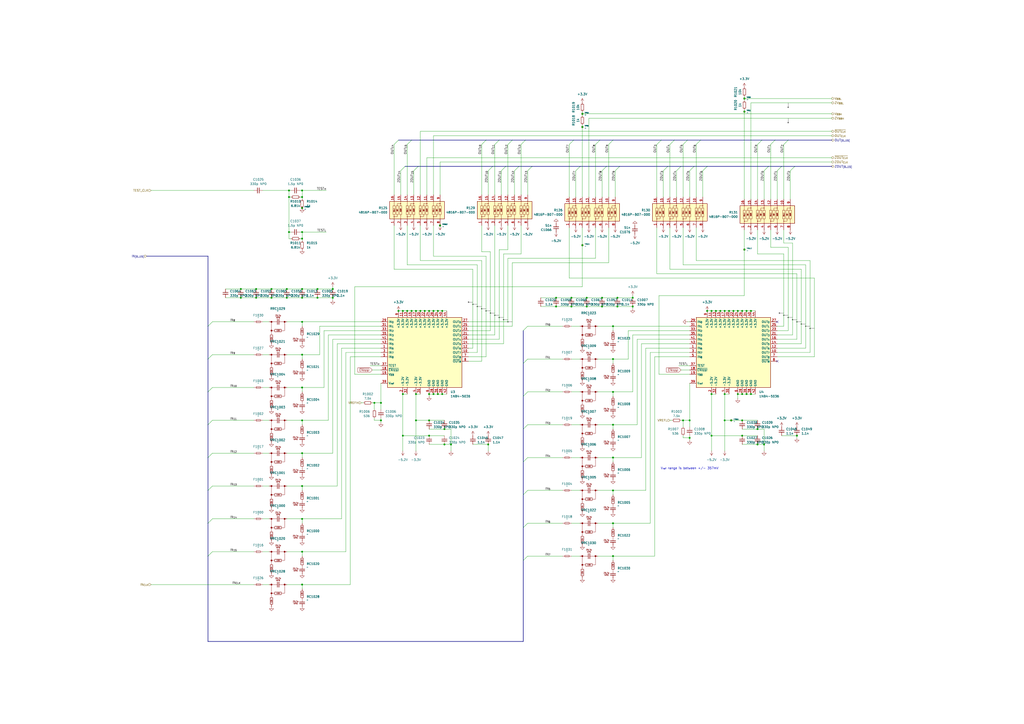
<source format=kicad_sch>
(kicad_sch (version 20231120) (generator "eeschema") (generator_version "8.0")
  (paper "A2")
  (junction (at 355.6 208.28))
  (junction (at 422.91 180.34))
  (junction (at 257.81 248.92))
  (junction (at 439.42 248.92))
  (junction (at 322.58 172.72))
  (junction (at 427.99 180.34))
  (junction (at 157.48 167.64))
  (junction (at 430.53 243.84))
  (junction (at 427.99 228.6))
  (junction (at 175.26 167.64))
  (junction (at 420.37 180.34))
  (junction (at 175.26 138.43))
  (junction (at 148.59 172.72))
  (junction (at 220.98 243.84))
  (junction (at 358.14 177.8))
  (junction (at 175.26 114.3))
  (junction (at 231.14 180.34))
  (junction (at 355.6 227.33))
  (junction (at 251.46 228.6))
  (junction (at 337.82 73.66))
  (junction (at 175.26 262.89))
  (junction (at 175.26 243.84))
  (junction (at 415.29 180.34))
  (junction (at 139.7 167.64))
  (junction (at 425.45 180.34))
  (junction (at 248.92 228.6))
  (junction (at 439.42 257.81))
  (junction (at 340.36 172.72))
  (junction (at 412.75 180.34))
  (junction (at 462.28 252.73))
  (junction (at 256.54 228.6))
  (junction (at 433.07 228.6))
  (junction (at 435.61 228.6))
  (junction (at 254 228.6))
  (junction (at 193.04 167.64))
  (junction (at 355.6 189.23))
  (junction (at 367.03 177.8))
  (junction (at 355.6 322.58))
  (junction (at 167.64 134.62))
  (junction (at 167.64 110.49))
  (junction (at 355.6 303.53))
  (junction (at 367.03 172.72))
  (junction (at 431.8 64.77))
  (junction (at 166.37 167.64))
  (junction (at 175.26 300.99))
  (junction (at 420.37 243.84))
  (junction (at 193.04 172.72))
  (junction (at 241.3 228.6))
  (junction (at 184.15 167.64))
  (junction (at 175.26 281.94))
  (junction (at 417.83 180.34))
  (junction (at 184.15 172.72))
  (junction (at 412.75 252.73))
  (junction (at 167.64 114.3))
  (junction (at 175.26 205.74))
  (junction (at 220.98 233.68))
  (junction (at 355.6 246.38))
  (junction (at 233.68 228.6))
  (junction (at 139.7 172.72))
  (junction (at 430.53 252.73))
  (junction (at 430.53 180.34))
  (junction (at 148.59 167.64))
  (junction (at 166.37 172.72))
  (junction (at 400.05 254))
  (junction (at 340.36 177.8))
  (junction (at 337.82 142.24))
  (junction (at 175.26 120.65))
  (junction (at 443.23 257.81))
  (junction (at 331.47 177.8))
  (junction (at 236.22 180.34))
  (junction (at 175.26 110.49))
  (junction (at 261.62 257.81))
  (junction (at 233.68 252.73))
  (junction (at 322.58 177.8))
  (junction (at 337.82 66.04))
  (junction (at 246.38 180.34))
  (junction (at 430.53 228.6))
  (junction (at 175.26 224.79))
  (junction (at 431.8 57.15))
  (junction (at 355.6 265.43))
  (junction (at 400.05 243.84))
  (junction (at 424.18 243.84))
  (junction (at 243.84 180.34))
  (junction (at 175.26 172.72))
  (junction (at 255.27 130.81))
  (junction (at 358.14 172.72))
  (junction (at 254 180.34))
  (junction (at 331.47 172.72))
  (junction (at 435.61 180.34))
  (junction (at 283.21 257.81))
  (junction (at 256.54 180.34))
  (junction (at 410.21 180.34))
  (junction (at 157.48 172.72))
  (junction (at 349.25 172.72))
  (junction (at 233.68 180.34))
  (junction (at 241.3 243.84))
  (junction (at 238.76 180.34))
  (junction (at 257.81 257.81))
  (junction (at 433.07 180.34))
  (junction (at 175.26 339.09))
  (junction (at 241.3 180.34))
  (junction (at 175.26 186.69))
  (junction (at 251.46 180.34))
  (junction (at 396.24 243.84))
  (junction (at 175.26 134.62))
  (junction (at 412.75 228.6))
  (junction (at 248.92 180.34))
  (junction (at 217.17 233.68))
  (junction (at 420.37 228.6))
  (junction (at 349.25 177.8))
  (junction (at 355.6 284.48))
  (junction (at 248.92 243.84))
  (junction (at 248.92 252.73))
  (junction (at 431.8 144.78))
  (junction (at 175.26 320.04))
  (no_connect (at 450.85 209.55))
  (no_connect (at 450.85 186.69))
  (bus_entry (at 293.37 96.52) (size -2.54 2.54))
  (bus_entry (at 120.65 322.58) (size 2.54 -2.54))
  (bus_entry (at 387.35 96.52) (size -2.54 2.54))
  (bus_entry (at 231.14 81.28) (size -2.54 2.54))
  (bus_entry (at 336.55 96.52) (size -2.54 2.54))
  (bus_entry (at 234.95 96.52) (size -2.54 2.54))
  (bus_entry (at 453.39 96.52) (size -2.54 2.54))
  (bus_entry (at 289.56 81.28) (size -2.54 2.54))
  (bus_entry (at 303.53 248.92) (size 2.54 -2.54))
  (bus_entry (at 406.4 81.28) (size -2.54 2.54))
  (bus_entry (at 303.53 210.82) (size 2.54 -2.54))
  (bus_entry (at 303.53 325.12) (size 2.54 -2.54))
  (bus_entry (at 303.53 267.97) (size 2.54 -2.54))
  (bus_entry (at 347.98 81.28) (size -2.54 2.54))
  (bus_entry (at 303.53 191.77) (size 2.54 -2.54))
  (bus_entry (at 308.61 96.52) (size -2.54 2.54))
  (bus_entry (at 410.21 96.52) (size -2.54 2.54))
  (bus_entry (at 394.97 96.52) (size -2.54 2.54))
  (bus_entry (at 402.59 96.52) (size -2.54 2.54))
  (bus_entry (at 300.99 96.52) (size -2.54 2.54))
  (bus_entry (at 359.41 96.52) (size -2.54 2.54))
  (bus_entry (at 242.57 96.52) (size -2.54 2.54))
  (bus_entry (at 281.94 81.28) (size -2.54 2.54))
  (bus_entry (at 304.8 81.28) (size -2.54 2.54))
  (bus_entry (at 303.53 287.02) (size 2.54 -2.54))
  (bus_entry (at 332.74 81.28) (size -2.54 2.54))
  (bus_entry (at 449.58 81.28) (size -2.54 2.54))
  (bus_entry (at 303.53 229.87) (size 2.54 -2.54))
  (bus_entry (at 120.65 284.48) (size 2.54 -2.54))
  (bus_entry (at 461.01 96.52) (size -2.54 2.54))
  (bus_entry (at 120.65 189.23) (size 2.54 -2.54))
  (bus_entry (at 120.65 208.28) (size 2.54 -2.54))
  (bus_entry (at 398.78 81.28) (size -2.54 2.54))
  (bus_entry (at 351.79 96.52) (size -2.54 2.54))
  (bus_entry (at 120.65 265.43) (size 2.54 -2.54))
  (bus_entry (at 285.75 96.52) (size -2.54 2.54))
  (bus_entry (at 355.6 81.28) (size -2.54 2.54))
  (bus_entry (at 120.65 303.53) (size 2.54 -2.54))
  (bus_entry (at 441.96 81.28) (size -2.54 2.54))
  (bus_entry (at 120.65 246.38) (size 2.54 -2.54))
  (bus_entry (at 445.77 96.52) (size -2.54 2.54))
  (bus_entry (at 297.18 81.28) (size -2.54 2.54))
  (bus_entry (at 303.53 306.07) (size 2.54 -2.54))
  (bus_entry (at 457.2 81.28) (size -2.54 2.54))
  (bus_entry (at 391.16 81.28) (size -2.54 2.54))
  (bus_entry (at 238.76 81.28) (size -2.54 2.54))
  (bus_entry (at 383.54 81.28) (size -2.54 2.54))
  (bus_entry (at 120.65 227.33) (size 2.54 -2.54))
  (wire (pts (xy 450.85 207.01) (xy 472.44 207.01)))
  (wire (pts (xy 157.48 172.72) (xy 166.37 172.72)))
  (wire (pts (xy 220.98 237.49) (xy 220.98 233.68)))
  (wire (pts (xy 168.91 138.43) (xy 167.64 138.43)))
  (wire (pts (xy 87.63 110.49) (xy 147.32 110.49)))
  (wire (pts (xy 175.26 224.79) (xy 187.96 224.79)))
  (bus (pts (xy 303.53 306.07) (xy 303.53 325.12)))
  (wire (pts (xy 331.47 265.43) (xy 336.55 265.43)))
  (wire (pts (xy 345.44 149.86) (xy 294.64 149.86)))
  (wire (pts (xy 330.2 83.82) (xy 330.2 114.3)))
  (wire (pts (xy 283.21 257.81) (xy 283.21 261.62)))
  (wire (pts (xy 166.37 167.64) (xy 175.26 167.64)))
  (wire (pts (xy 254 228.6) (xy 256.54 228.6)))
  (wire (pts (xy 355.6 284.48) (xy 374.65 284.48)))
  (wire (pts (xy 232.41 99.06) (xy 232.41 113.03)))
  (wire (pts (xy 355.6 208.28) (xy 364.49 208.28)))
  (wire (pts (xy 123.19 243.84) (xy 147.32 243.84)))
  (wire (pts (xy 372.11 265.43) (xy 372.11 199.39)))
  (wire (pts (xy 431.8 133.35) (xy 431.8 144.78)))
  (wire (pts (xy 430.53 228.6) (xy 433.07 228.6)))
  (wire (pts (xy 400.05 254) (xy 400.05 255.27)))
  (wire (pts (xy 166.37 339.09) (xy 175.26 339.09)))
  (wire (pts (xy 443.23 257.81) (xy 443.23 248.92)))
  (wire (pts (xy 166.37 186.69) (xy 175.26 186.69)))
  (wire (pts (xy 355.6 189.23) (xy 400.05 189.23)))
  (wire (pts (xy 306.07 246.38) (xy 326.39 246.38)))
  (bus (pts (xy 300.99 96.52) (xy 308.61 96.52)))
  (wire (pts (xy 459.74 140.97) (xy 454.66 140.97)))
  (wire (pts (xy 175.26 208.28) (xy 175.26 205.74)))
  (wire (pts (xy 198.12 201.93) (xy 220.98 201.93)))
  (wire (pts (xy 294.64 144.78) (xy 294.64 130.81)))
  (wire (pts (xy 472.44 161.29) (xy 330.2 161.29)))
  (wire (pts (xy 271.78 204.47) (xy 276.86 204.47)))
  (wire (pts (xy 173.99 134.62) (xy 175.26 134.62)))
  (wire (pts (xy 261.62 257.81) (xy 261.62 261.62)))
  (wire (pts (xy 175.26 110.49) (xy 189.23 110.49)))
  (wire (pts (xy 469.9 204.47) (xy 469.9 151.13)))
  (wire (pts (xy 220.98 243.84) (xy 217.17 243.84)))
  (wire (pts (xy 398.78 186.69) (xy 400.05 186.69)))
  (bus (pts (xy 336.55 96.52) (xy 351.79 96.52)))
  (wire (pts (xy 346.71 189.23) (xy 355.6 189.23)))
  (wire (pts (xy 412.75 252.73) (xy 412.75 261.62)))
  (wire (pts (xy 420.37 180.34) (xy 422.91 180.34)))
  (wire (pts (xy 123.19 262.89) (xy 147.32 262.89)))
  (wire (pts (xy 284.48 191.77) (xy 284.48 146.05)))
  (wire (pts (xy 331.47 177.8) (xy 340.36 177.8)))
  (wire (pts (xy 297.18 152.4) (xy 353.06 152.4)))
  (wire (pts (xy 167.64 110.49) (xy 168.91 110.49)))
  (wire (pts (xy 435.61 180.34) (xy 438.15 180.34)))
  (wire (pts (xy 248.92 228.6) (xy 248.92 229.87)))
  (wire (pts (xy 355.6 325.12) (xy 355.6 322.58)))
  (wire (pts (xy 175.26 114.3) (xy 173.99 114.3)))
  (wire (pts (xy 430.53 252.73) (xy 439.42 252.73)))
  (wire (pts (xy 123.19 224.79) (xy 147.32 224.79)))
  (wire (pts (xy 175.26 172.72) (xy 184.15 172.72)))
  (wire (pts (xy 337.82 73.66) (xy 337.82 114.3)))
  (wire (pts (xy 355.6 322.58) (xy 379.73 322.58)))
  (wire (pts (xy 228.6 83.82) (xy 228.6 113.03)))
  (wire (pts (xy 261.62 257.81) (xy 257.81 257.81)))
  (wire (pts (xy 203.2 339.09) (xy 203.2 207.01)))
  (wire (pts (xy 248.92 248.92) (xy 257.81 248.92)))
  (wire (pts (xy 193.04 172.72) (xy 193.04 173.99)))
  (wire (pts (xy 276.86 204.47) (xy 276.86 153.67)))
  (wire (pts (xy 346.71 284.48) (xy 355.6 284.48)))
  (bus (pts (xy 297.18 81.28) (xy 304.8 81.28)))
  (wire (pts (xy 233.68 228.6) (xy 233.68 252.73)))
  (wire (pts (xy 243.84 180.34) (xy 246.38 180.34)))
  (wire (pts (xy 467.36 153.67) (xy 396.24 153.67)))
  (bus (pts (xy 281.94 81.28) (xy 289.56 81.28)))
  (bus (pts (xy 120.65 208.28) (xy 120.65 227.33)))
  (wire (pts (xy 306.07 322.58) (xy 326.39 322.58)))
  (bus (pts (xy 120.65 148.59) (xy 120.65 189.23)))
  (wire (pts (xy 462.28 196.85) (xy 462.28 158.75)))
  (wire (pts (xy 281.94 207.01) (xy 281.94 148.59)))
  (wire (pts (xy 294.64 83.82) (xy 294.64 113.03)))
  (wire (pts (xy 248.92 252.73) (xy 257.81 252.73)))
  (wire (pts (xy 123.19 300.99) (xy 147.32 300.99)))
  (wire (pts (xy 281.94 148.59) (xy 251.46 148.59)))
  (wire (pts (xy 450.85 199.39) (xy 464.82 199.39)))
  (wire (pts (xy 331.47 227.33) (xy 336.55 227.33)))
  (wire (pts (xy 166.37 300.99) (xy 175.26 300.99)))
  (bus (pts (xy 402.59 96.52) (xy 410.21 96.52)))
  (wire (pts (xy 454.66 83.82) (xy 454.66 115.57)))
  (wire (pts (xy 364.49 208.28) (xy 364.49 191.77)))
  (wire (pts (xy 215.9 214.63) (xy 220.98 214.63)))
  (wire (pts (xy 166.37 281.94) (xy 175.26 281.94)))
  (wire (pts (xy 410.21 180.34) (xy 412.75 180.34)))
  (wire (pts (xy 220.98 204.47) (xy 200.66 204.47)))
  (wire (pts (xy 271.78 201.93) (xy 274.32 201.93)))
  (wire (pts (xy 271.78 186.69) (xy 294.64 186.69)))
  (bus (pts (xy 303.53 229.87) (xy 303.53 248.92)))
  (wire (pts (xy 420.37 243.84) (xy 420.37 228.6)))
  (wire (pts (xy 430.53 243.84) (xy 439.42 243.84)))
  (wire (pts (xy 279.4 146.05) (xy 279.4 130.81)))
  (wire (pts (xy 279.4 151.13) (xy 243.84 151.13)))
  (wire (pts (xy 384.81 99.06) (xy 384.81 114.3)))
  (wire (pts (xy 422.91 180.34) (xy 425.45 180.34)))
  (wire (pts (xy 205.74 217.17) (xy 220.98 217.17)))
  (wire (pts (xy 271.78 199.39) (xy 292.1 199.39)))
  (wire (pts (xy 400.05 222.25) (xy 400.05 243.84)))
  (wire (pts (xy 431.8 57.15) (xy 482.6 57.15)))
  (wire (pts (xy 396.24 83.82) (xy 396.24 114.3)))
  (wire (pts (xy 367.03 177.8) (xy 367.03 179.07)))
  (wire (pts (xy 355.6 246.38) (xy 369.57 246.38)))
  (wire (pts (xy 374.65 201.93) (xy 374.65 284.48)))
  (wire (pts (xy 148.59 172.72) (xy 157.48 172.72)))
  (wire (pts (xy 412.75 228.6) (xy 412.75 252.73)))
  (wire (pts (xy 427.99 231.14) (xy 427.99 228.6)))
  (wire (pts (xy 241.3 243.84) (xy 241.3 261.62)))
  (bus (pts (xy 449.58 81.28) (xy 441.96 81.28)))
  (wire (pts (xy 447.04 143.51) (xy 447.04 133.35)))
  (bus (pts (xy 120.65 322.58) (xy 120.65 372.11)))
  (wire (pts (xy 185.42 205.74) (xy 185.42 189.23)))
  (wire (pts (xy 349.25 177.8) (xy 358.14 177.8)))
  (wire (pts (xy 292.1 199.39) (xy 292.1 147.32)))
  (wire (pts (xy 331.47 303.53) (xy 336.55 303.53)))
  (bus (pts (xy 387.35 96.52) (xy 394.97 96.52)))
  (wire (pts (xy 377.19 204.47) (xy 400.05 204.47)))
  (bus (pts (xy 303.53 210.82) (xy 303.53 229.87)))
  (wire (pts (xy 331.47 189.23) (xy 336.55 189.23)))
  (bus (pts (xy 383.54 81.28) (xy 391.16 81.28)))
  (wire (pts (xy 420.37 228.6) (xy 422.91 228.6)))
  (bus (pts (xy 289.56 81.28) (xy 297.18 81.28)))
  (wire (pts (xy 220.98 222.25) (xy 220.98 233.68)))
  (wire (pts (xy 152.4 224.79) (xy 156.21 224.79)))
  (wire (pts (xy 407.67 99.06) (xy 407.67 114.3)))
  (wire (pts (xy 454.66 147.32) (xy 439.42 147.32)))
  (wire (pts (xy 203.2 207.01) (xy 220.98 207.01)))
  (wire (pts (xy 175.26 281.94) (xy 195.58 281.94)))
  (wire (pts (xy 279.4 209.55) (xy 279.4 151.13)))
  (wire (pts (xy 152.4 262.89) (xy 156.21 262.89)))
  (wire (pts (xy 166.37 224.79) (xy 175.26 224.79)))
  (wire (pts (xy 166.37 262.89) (xy 175.26 262.89)))
  (wire (pts (xy 261.62 248.92) (xy 257.81 248.92)))
  (wire (pts (xy 355.6 191.77) (xy 355.6 189.23)))
  (wire (pts (xy 166.37 205.74) (xy 175.26 205.74)))
  (wire (pts (xy 322.58 172.72) (xy 331.47 172.72)))
  (bus (pts (xy 308.61 96.52) (xy 336.55 96.52)))
  (wire (pts (xy 377.19 303.53) (xy 377.19 204.47)))
  (wire (pts (xy 236.22 83.82) (xy 236.22 113.03)))
  (wire (pts (xy 274.32 156.21) (xy 228.6 156.21)))
  (wire (pts (xy 175.26 114.3) (xy 175.26 115.57)))
  (wire (pts (xy 175.26 138.43) (xy 175.26 134.62)))
  (wire (pts (xy 302.26 147.32) (xy 302.26 130.81)))
  (wire (pts (xy 425.45 180.34) (xy 427.99 180.34)))
  (wire (pts (xy 447.04 83.82) (xy 447.04 115.57)))
  (wire (pts (xy 337.82 142.24) (xy 337.82 166.37)))
  (bus (pts (xy 332.74 81.28) (xy 347.98 81.28)))
  (wire (pts (xy 435.61 59.69) (xy 482.6 59.69)))
  (wire (pts (xy 152.4 320.04) (xy 156.21 320.04)))
  (bus (pts (xy 410.21 96.52) (xy 445.77 96.52)))
  (wire (pts (xy 372.11 199.39) (xy 400.05 199.39)))
  (wire (pts (xy 346.71 303.53) (xy 355.6 303.53)))
  (wire (pts (xy 152.4 243.84) (xy 156.21 243.84)))
  (wire (pts (xy 358.14 172.72) (xy 367.03 172.72)))
  (wire (pts (xy 297.18 189.23) (xy 297.18 152.4)))
  (wire (pts (xy 394.97 214.63) (xy 400.05 214.63)))
  (wire (pts (xy 469.9 151.13) (xy 403.86 151.13)))
  (wire (pts (xy 337.82 132.08) (xy 337.82 142.24)))
  (wire (pts (xy 195.58 199.39) (xy 195.58 281.94)))
  (wire (pts (xy 353.06 152.4) (xy 353.06 132.08)))
  (wire (pts (xy 355.6 287.02) (xy 355.6 284.48)))
  (wire (pts (xy 175.26 300.99) (xy 198.12 300.99)))
  (wire (pts (xy 415.29 180.34) (xy 417.83 180.34)))
  (wire (pts (xy 331.47 246.38) (xy 336.55 246.38)))
  (bus (pts (xy 391.16 81.28) (xy 398.78 81.28)))
  (wire (pts (xy 459.74 194.31) (xy 459.74 140.97)))
  (wire (pts (xy 298.45 99.06) (xy 298.45 113.03)))
  (wire (pts (xy 175.26 303.53) (xy 175.26 300.99)))
  (wire (pts (xy 167.64 138.43) (xy 167.64 134.62)))
  (wire (pts (xy 217.17 233.68) (xy 217.17 237.49)))
  (wire (pts (xy 241.3 228.6) (xy 241.3 243.84)))
  (bus (pts (xy 304.8 81.28) (xy 332.74 81.28)))
  (wire (pts (xy 450.85 191.77) (xy 457.2 191.77)))
  (wire (pts (xy 243.84 113.03) (xy 243.84 76.2)))
  (wire (pts (xy 175.26 265.43) (xy 175.26 262.89)))
  (wire (pts (xy 331.47 208.28) (xy 336.55 208.28)))
  (wire (pts (xy 330.2 161.29) (xy 330.2 132.08)))
  (bus (pts (xy 231.14 81.28) (xy 238.76 81.28)))
  (wire (pts (xy 381 83.82) (xy 381 114.3)))
  (wire (pts (xy 175.26 110.49) (xy 175.26 114.3)))
  (bus (pts (xy 347.98 81.28) (xy 355.6 81.28)))
  (wire (pts (xy 431.8 63.5) (xy 431.8 64.77)))
  (wire (pts (xy 457.2 143.51) (xy 447.04 143.51)))
  (wire (pts (xy 220.98 191.77) (xy 187.96 191.77)))
  (wire (pts (xy 337.82 72.39) (xy 337.82 73.66)))
  (wire (pts (xy 431.8 144.78) (xy 431.8 171.45)))
  (wire (pts (xy 175.26 262.89) (xy 193.04 262.89)))
  (wire (pts (xy 400.05 252.73) (xy 400.05 254)))
  (wire (pts (xy 166.37 172.72) (xy 175.26 172.72)))
  (wire (pts (xy 400.05 207.01) (xy 379.73 207.01)))
  (wire (pts (xy 251.46 228.6) (xy 254 228.6)))
  (wire (pts (xy 200.66 204.47) (xy 200.66 320.04)))
  (wire (pts (xy 424.18 243.84) (xy 430.53 243.84)))
  (wire (pts (xy 400.05 254) (xy 396.24 254)))
  (wire (pts (xy 175.26 186.69) (xy 220.98 186.69)))
  (wire (pts (xy 289.56 144.78) (xy 289.56 196.85)))
  (wire (pts (xy 187.96 191.77) (xy 187.96 224.79)))
  (wire (pts (xy 290.83 99.06) (xy 290.83 113.03)))
  (wire (pts (xy 193.04 196.85) (xy 193.04 262.89)))
  (wire (pts (xy 331.47 284.48) (xy 336.55 284.48)))
  (wire (pts (xy 306.07 189.23) (xy 326.39 189.23)))
  (wire (pts (xy 248.92 257.81) (xy 257.81 257.81)))
  (bus (pts (xy 457.2 81.28) (xy 449.58 81.28)))
  (wire (pts (xy 356.87 99.06) (xy 356.87 114.3)))
  (wire (pts (xy 271.78 207.01) (xy 281.94 207.01)))
  (bus (pts (xy 453.39 96.52) (xy 445.77 96.52)))
  (wire (pts (xy 367.03 171.45) (xy 367.03 172.72)))
  (wire (pts (xy 205.74 166.37) (xy 337.82 166.37)))
  (wire (pts (xy 450.85 99.06) (xy 450.85 115.57)))
  (wire (pts (xy 367.03 194.31) (xy 400.05 194.31)))
  (bus (pts (xy 120.65 246.38) (xy 120.65 265.43)))
  (bus (pts (xy 398.78 81.28) (xy 406.4 81.28)))
  (wire (pts (xy 220.98 194.31) (xy 190.5 194.31)))
  (wire (pts (xy 302.26 83.82) (xy 302.26 113.03)))
  (wire (pts (xy 261.62 257.81) (xy 261.62 248.92)))
  (wire (pts (xy 355.6 248.92) (xy 355.6 246.38)))
  (wire (pts (xy 355.6 265.43) (xy 372.11 265.43)))
  (wire (pts (xy 233.68 252.73) (xy 233.68 261.62)))
  (wire (pts (xy 430.53 180.34) (xy 433.07 180.34)))
  (wire (pts (xy 369.57 196.85) (xy 400.05 196.85)))
  (bus (pts (xy 482.6 96.52) (xy 461.01 96.52)))
  (wire (pts (xy 256.54 228.6) (xy 259.08 228.6)))
  (wire (pts (xy 420.37 243.84) (xy 424.18 243.84)))
  (bus (pts (xy 461.01 96.52) (xy 453.39 96.52)))
  (bus (pts (xy 303.53 325.12) (xy 303.53 372.11)))
  (bus (pts (xy 285.75 96.52) (xy 293.37 96.52)))
  (wire (pts (xy 450.85 194.31) (xy 459.74 194.31)))
  (wire (pts (xy 271.78 196.85) (xy 289.56 196.85)))
  (wire (pts (xy 255.27 93.98) (xy 255.27 113.03)))
  (wire (pts (xy 175.26 138.43) (xy 175.26 139.7)))
  (wire (pts (xy 238.76 180.34) (xy 241.3 180.34)))
  (wire (pts (xy 220.98 242.57) (xy 220.98 243.84)))
  (wire (pts (xy 123.19 281.94) (xy 147.32 281.94)))
  (wire (pts (xy 148.59 167.64) (xy 157.48 167.64)))
  (wire (pts (xy 175.26 341.63) (xy 175.26 339.09)))
  (wire (pts (xy 388.62 156.21) (xy 388.62 132.08)))
  (wire (pts (xy 292.1 147.32) (xy 302.26 147.32)))
  (wire (pts (xy 284.48 146.05) (xy 279.4 146.05)))
  (wire (pts (xy 337.82 66.04) (xy 337.82 67.31)))
  (wire (pts (xy 349.25 172.72) (xy 358.14 172.72)))
  (wire (pts (xy 306.07 303.53) (xy 326.39 303.53)))
  (wire (pts (xy 157.48 167.64) (xy 166.37 167.64)))
  (wire (pts (xy 313.69 172.72) (xy 322.58 172.72)))
  (wire (pts (xy 123.19 320.04) (xy 147.32 320.04)))
  (wire (pts (xy 396.24 153.67) (xy 396.24 132.08)))
  (wire (pts (xy 306.07 99.06) (xy 306.07 113.03)))
  (wire (pts (xy 420.37 243.84) (xy 420.37 261.62)))
  (wire (pts (xy 271.78 194.31) (xy 287.02 194.31)))
  (wire (pts (xy 152.4 186.69) (xy 156.21 186.69)))
  (wire (pts (xy 139.7 172.72) (xy 148.59 172.72)))
  (wire (pts (xy 254 180.34) (xy 256.54 180.34)))
  (wire (pts (xy 443.23 99.06) (xy 443.23 115.57)))
  (wire (pts (xy 331.47 172.72) (xy 340.36 172.72)))
  (wire (pts (xy 217.17 233.68) (xy 220.98 233.68)))
  (wire (pts (xy 393.7 212.09) (xy 400.05 212.09)))
  (wire (pts (xy 431.8 57.15) (xy 431.8 58.42)))
  (wire (pts (xy 346.71 227.33) (xy 355.6 227.33)))
  (wire (pts (xy 346.71 322.58) (xy 355.6 322.58)))
  (wire (pts (xy 443.23 257.81) (xy 443.23 261.62)))
  (wire (pts (xy 130.81 167.64) (xy 139.7 167.64)))
  (wire (pts (xy 306.07 227.33) (xy 326.39 227.33)))
  (wire (pts (xy 427.99 228.6) (xy 430.53 228.6)))
  (wire (pts (xy 454.66 140.97) (xy 454.66 133.35)))
  (bus (pts (xy 85.09 148.59) (xy 120.65 148.59)))
  (bus (pts (xy 120.65 227.33) (xy 120.65 246.38)))
  (bus (pts (xy 242.57 96.52) (xy 285.75 96.52)))
  (bus (pts (xy 303.53 287.02) (xy 303.53 306.07)))
  (wire (pts (xy 364.49 191.77) (xy 400.05 191.77)))
  (wire (pts (xy 287.02 130.81) (xy 287.02 194.31)))
  (wire (pts (xy 152.4 281.94) (xy 156.21 281.94)))
  (wire (pts (xy 287.02 83.82) (xy 287.02 113.03)))
  (wire (pts (xy 346.71 265.43) (xy 355.6 265.43)))
  (wire (pts (xy 205.74 166.37) (xy 205.74 217.17)))
  (wire (pts (xy 243.84 76.2) (xy 482.6 76.2)))
  (wire (pts (xy 175.26 320.04) (xy 200.66 320.04)))
  (bus (pts (xy 120.65 303.53) (xy 120.65 322.58)))
  (wire (pts (xy 458.47 99.06) (xy 458.47 115.57)))
  (wire (pts (xy 443.23 257.81) (xy 439.42 257.81)))
  (wire (pts (xy 274.32 257.81) (xy 283.21 257.81)))
  (wire (pts (xy 236.22 153.67) (xy 236.22 130.81)))
  (wire (pts (xy 152.4 339.09) (xy 156.21 339.09)))
  (bus (pts (xy 406.4 81.28) (xy 441.96 81.28)))
  (wire (pts (xy 431.8 55.88) (xy 431.8 57.15)))
  (wire (pts (xy 396.24 243.84) (xy 396.24 247.65)))
  (wire (pts (xy 241.3 228.6) (xy 243.84 228.6)))
  (wire (pts (xy 417.83 180.34) (xy 420.37 180.34)))
  (wire (pts (xy 334.01 99.06) (xy 334.01 114.3)))
  (bus (pts (xy 303.53 191.77) (xy 303.53 210.82)))
  (wire (pts (xy 382.27 217.17) (xy 400.05 217.17)))
  (wire (pts (xy 457.2 191.77) (xy 457.2 143.51)))
  (wire (pts (xy 453.39 252.73) (xy 462.28 252.73)))
  (wire (pts (xy 353.06 83.82) (xy 353.06 114.3)))
  (wire (pts (xy 403.86 151.13) (xy 403.86 132.08)))
  (bus (pts (xy 120.65 284.48) (xy 120.65 303.53)))
  (wire (pts (xy 430.53 248.92) (xy 439.42 248.92)))
  (wire (pts (xy 228.6 156.21) (xy 228.6 130.81)))
  (bus (pts (xy 351.79 96.52) (xy 359.41 96.52)))
  (wire (pts (xy 454.66 189.23) (xy 454.66 147.32)))
  (wire (pts (xy 331.47 322.58) (xy 336.55 322.58)))
  (bus (pts (xy 120.65 265.43) (xy 120.65 284.48)))
  (wire (pts (xy 271.78 189.23) (xy 297.18 189.23)))
  (wire (pts (xy 349.25 99.06) (xy 349.25 114.3)))
  (wire (pts (xy 439.42 83.82) (xy 439.42 115.57)))
  (wire (pts (xy 464.82 156.21) (xy 388.62 156.21)))
  (wire (pts (xy 233.68 180.34) (xy 236.22 180.34)))
  (wire (pts (xy 400.05 99.06) (xy 400.05 114.3)))
  (wire (pts (xy 322.58 177.8) (xy 331.47 177.8)))
  (wire (pts (xy 173.99 138.43) (xy 175.26 138.43)))
  (bus (pts (xy 293.37 96.52) (xy 300.99 96.52)))
  (wire (pts (xy 367.03 227.33) (xy 367.03 194.31)))
  (wire (pts (xy 279.4 83.82) (xy 279.4 113.03)))
  (wire (pts (xy 400.05 201.93) (xy 374.65 201.93)))
  (wire (pts (xy 87.63 339.09) (xy 147.32 339.09)))
  (wire (pts (xy 152.4 110.49) (xy 167.64 110.49)))
  (wire (pts (xy 215.9 233.68) (xy 217.17 233.68)))
  (wire (pts (xy 175.26 322.58) (xy 175.26 320.04)))
  (wire (pts (xy 283.21 99.06) (xy 283.21 113.03)))
  (wire (pts (xy 439.42 147.32) (xy 439.42 133.35)))
  (wire (pts (xy 233.68 252.73) (xy 248.92 252.73)))
  (wire (pts (xy 462.28 158.75) (xy 381 158.75)))
  (wire (pts (xy 427.99 180.34) (xy 430.53 180.34)))
  (wire (pts (xy 382.27 171.45) (xy 382.27 217.17)))
  (wire (pts (xy 246.38 180.34) (xy 248.92 180.34)))
  (wire (pts (xy 233.68 228.6) (xy 236.22 228.6)))
  (wire (pts (xy 345.44 132.08) (xy 345.44 149.86)))
  (wire (pts (xy 241.3 243.84) (xy 248.92 243.84)))
  (wire (pts (xy 388.62 83.82) (xy 388.62 114.3)))
  (wire (pts (xy 175.26 243.84) (xy 190.5 243.84)))
  (wire (pts (xy 248.92 228.6) (xy 251.46 228.6)))
  (wire (pts (xy 209.55 233.68) (xy 210.82 233.68)))
  (bus (pts (xy 120.65 189.23) (xy 120.65 208.28)))
  (wire (pts (xy 433.07 228.6) (xy 435.61 228.6)))
  (wire (pts (xy 412.75 228.6) (xy 415.29 228.6)))
  (wire (pts (xy 431.8 171.45) (xy 382.27 171.45)))
  (wire (pts (xy 190.5 194.31) (xy 190.5 243.84)))
  (wire (pts (xy 167.64 114.3) (xy 168.91 114.3)))
  (wire (pts (xy 430.53 257.81) (xy 439.42 257.81)))
  (bus (pts (xy 303.53 248.92) (xy 303.53 267.97)))
  (wire (pts (xy 450.85 196.85) (xy 462.28 196.85)))
  (wire (pts (xy 167.64 134.62) (xy 168.91 134.62)))
  (wire (pts (xy 175.26 339.09) (xy 203.2 339.09)))
  (wire (pts (xy 167.64 114.3) (xy 167.64 134.62)))
  (wire (pts (xy 175.26 227.33) (xy 175.26 224.79)))
  (wire (pts (xy 431.8 64.77) (xy 431.8 115.57)))
  (wire (pts (xy 198.12 201.93) (xy 198.12 300.99)))
  (wire (pts (xy 175.26 246.38) (xy 175.26 243.84)))
  (wire (pts (xy 450.85 204.47) (xy 469.9 204.47)))
  (wire (pts (xy 313.69 177.8) (xy 322.58 177.8)))
  (wire (pts (xy 345.44 83.82) (xy 345.44 114.3)))
  (wire (pts (xy 435.61 115.57) (xy 435.61 59.69)))
  (wire (pts (xy 185.42 189.23) (xy 220.98 189.23)))
  (wire (pts (xy 394.97 243.84) (xy 396.24 243.84)))
  (wire (pts (xy 346.71 246.38) (xy 355.6 246.38)))
  (wire (pts (xy 462.28 252.73) (xy 462.28 254)))
  (wire (pts (xy 381 158.75) (xy 381 132.08)))
  (wire (pts (xy 337.82 66.04) (xy 482.6 66.04)))
  (wire (pts (xy 464.82 199.39) (xy 464.82 156.21)))
  (wire (pts (xy 256.54 180.34) (xy 259.08 180.34)))
  (bus (pts (xy 482.6 81.28) (xy 457.2 81.28)))
  (wire (pts (xy 396.24 252.73) (xy 396.24 254)))
  (wire (pts (xy 340.36 177.8) (xy 349.25 177.8)))
  (bus (pts (xy 234.95 96.52) (xy 242.57 96.52)))
  (wire (pts (xy 341.63 114.3) (xy 341.63 68.58)))
  (wire (pts (xy 403.86 83.82) (xy 403.86 114.3)))
  (wire (pts (xy 443.23 248.92) (xy 439.42 248.92)))
  (wire (pts (xy 306.07 284.48) (xy 326.39 284.48)))
  (wire (pts (xy 346.71 208.28) (xy 355.6 208.28)))
  (wire (pts (xy 175.26 284.48) (xy 175.26 281.94)))
  (bus (pts (xy 238.76 81.28) (xy 281.94 81.28)))
  (wire (pts (xy 400.05 247.65) (xy 400.05 243.84)))
  (wire (pts (xy 369.57 246.38) (xy 369.57 196.85)))
  (wire (pts (xy 271.78 191.77) (xy 284.48 191.77)))
  (wire (pts (xy 433.07 180.34) (xy 435.61 180.34)))
  (bus (pts (xy 359.41 96.52) (xy 387.35 96.52)))
  (wire (pts (xy 123.19 186.69) (xy 147.32 186.69)))
  (wire (pts (xy 396.24 243.84) (xy 400.05 243.84)))
  (wire (pts (xy 175.26 134.62) (xy 189.23 134.62)))
  (wire (pts (xy 392.43 99.06) (xy 392.43 114.3)))
  (wire (pts (xy 450.85 201.93) (xy 467.36 201.93)))
  (wire (pts (xy 175.26 167.64) (xy 184.15 167.64)))
  (wire (pts (xy 220.98 199.39) (xy 195.58 199.39)))
  (wire (pts (xy 341.63 68.58) (xy 482.6 68.58)))
  (wire (pts (xy 251.46 78.74) (xy 251.46 113.03)))
  (wire (pts (xy 251.46 148.59) (xy 251.46 130.81)))
  (wire (pts (xy 294.64 149.86) (xy 294.64 186.69)))
  (wire (pts (xy 231.14 180.34) (xy 233.68 180.34)))
  (wire (pts (xy 412.75 180.34) (xy 415.29 180.34)))
  (wire (pts (xy 166.37 243.84) (xy 175.26 243.84)))
  (bus (pts (xy 120.65 372.11) (xy 303.53 372.11)))
  (wire (pts (xy 130.81 172.72) (xy 139.7 172.72)))
  (wire (pts (xy 306.07 265.43) (xy 326.39 265.43)))
  (wire (pts (xy 355.6 229.87) (xy 355.6 227.33)))
  (wire (pts (xy 166.37 320.04) (xy 175.26 320.04)))
  (wire (pts (xy 251.46 78.74) (xy 482.6 78.74)))
  (wire (pts (xy 248.92 243.84) (xy 257.81 243.84)))
  (wire (pts (xy 241.3 180.34) (xy 243.84 180.34)))
  (wire (pts (xy 450.85 189.23) (xy 454.66 189.23)))
  (bus (pts (xy 355.6 81.28) (xy 383.54 81.28)))
  (wire (pts (xy 247.65 91.44) (xy 247.65 113.03)))
  (wire (pts (xy 388.62 243.84) (xy 389.89 243.84)))
  (wire (pts (xy 274.32 201.93) (xy 274.32 156.21)))
  (wire (pts (xy 184.15 172.72) (xy 193.04 172.72)))
  (wire (pts (xy 152.4 300.99) (xy 156.21 300.99)))
  (wire (pts (xy 306.07 208.28) (xy 326.39 208.28)))
  (wire (pts (xy 271.78 209.55) (xy 279.4 209.55)))
  (wire (pts (xy 240.03 99.06) (xy 240.03 113.03)))
  (wire (pts (xy 355.6 210.82) (xy 355.6 208.28)))
  (wire (pts (xy 340.36 172.72) (xy 349.25 172.72)))
  (wire (pts (xy 175.26 189.23) (xy 175.26 186.69)))
  (bus (pts (xy 303.53 267.97) (xy 303.53 287.02)))
  (wire (pts (xy 355.6 306.07) (xy 355.6 303.53)))
  (wire (pts (xy 214.63 212.09) (xy 220.98 212.09)))
  (wire (pts (xy 379.73 207.01) (xy 379.73 322.58)))
  (wire (pts (xy 467.36 201.93) (xy 467.36 153.67)))
  (wire (pts (xy 193.04 166.37) (xy 193.04 167.64)))
  (wire (pts (xy 247.65 91.44) (xy 482.6 91.44)))
  (wire (pts (xy 236.22 180.34) (xy 238.76 180.34)))
  (wire (pts (xy 358.14 177.8) (xy 367.03 177.8)))
  (wire (pts (xy 193.04 196.85) (xy 220.98 196.85)))
  (bus (pts (xy 394.97 96.52) (xy 402.59 96.52)))
  (wire (pts (xy 472.44 207.01) (xy 472.44 161.29)))
  (wire (pts (xy 152.4 205.74) (xy 156.21 205.74)))
  (wire (pts (xy 412.75 252.73) (xy 430.53 252.73)))
  (wire (pts (xy 184.15 167.64) (xy 193.04 167.64)))
  (wire (pts (xy 175.26 110.49) (xy 173.99 110.49)))
  (wire (pts (xy 139.7 167.64) (xy 148.59 167.64)))
  (wire (pts (xy 175.26 205.74) (xy 185.42 205.74)))
  (wire (pts (xy 217.17 242.57) (xy 217.17 243.84)))
  (wire (pts (xy 220.98 243.84) (xy 220.98 245.11)))
  (wire (pts (xy 248.92 180.34) (xy 251.46 180.34)))
  (wire (pts (xy 243.84 151.13) (xy 243.84 130.81)))
  (wire (pts (xy 276.86 153.67) (xy 236.22 153.67)))
  (wire (pts (xy 355.6 227.33) (xy 367.03 227.33)))
  (wire (pts (xy 355.6 303.53) (xy 377.19 303.53)))
  (wire (pts (xy 123.19 205.74) (xy 147.32 205.74)))
  (wire (pts (xy 435.61 228.6) (xy 438.15 228.6)))
  (wire (pts (xy 294.64 144.78) (xy 289.56 144.78)))
  (wire (pts (xy 167.64 110.49) (xy 167.64 114.3)))
  (wire (pts (xy 255.27 93.98) (xy 482.6 93.98)))
  (wire (pts (xy 251.46 180.34) (xy 254 180.34)))
  (wire (pts (xy 337.82 64.77) (xy 337.82 66.04)))
  (wire (pts (xy 355.6 267.97) (xy 355.6 265.43)))
  (text "V_{ref} range is between +/- 357mV" (at 400.05 271.78 0) (effects (font (size 1.27 1.27))))
  (label "ZOUT_{0}" (at 443.23 99.06 270))
  (label "IN_{5}" (at 316.23 284.48 0))
  (label "ZOUT_{2}" (at 458.47 99.06 270))
  (label "OUT_{14}" (at 228.6 83.82 270))
  (label "ZOUT_{10}" (at 283.21 99.06 270))
  (label "IN_{7}" (at 316.23 322.58 0))
  (label "TEST_{H}" (at 214.63 212.09 0))
  (label "ZOUT_{3}" (at 384.81 99.06 270))
  (label "OUT_{5}" (at 396.24 83.82 270))
  (label "ZOUT_{6}" (at 407.67 99.06 270))
  (label "IN_{6}" (at 316.23 303.53 0))
  (label "ZOUT_{7}" (at 334.01 99.06 270))
  (label "OUT_{13}" (at 302.26 83.82 270))
  (label "IN_{12}" (at 133.35 262.89 0))
  (label "IN_{3}" (at 316.23 246.38 0))
  (label "IN_{11}" (at 133.35 243.84 0))
  (label "ZOUT_{13}" (at 306.07 99.06 270))
  (label "OUT_{10}" (at 279.4 83.82 270))
  (label "IN_{CLK}" (at 134.62 339.09 0))
  (label "OUT_{9}" (at 353.06 83.82 270))
  (label "TEST_{L}" (at 393.7 212.09 0))
  (label "IN_{0}" (at 316.23 189.23 0))
  (label "OUT_{0}" (at 439.42 83.82 270))
  (label "ZOUT_{15}" (at 240.03 99.06 270))
  (label "OUT_{3}" (at 381 83.82 270))
  (label "ZOUT_{14}" (at 232.41 99.06 270))
  (label "OUT_{6}" (at 403.86 83.82 270))
  (label "ZOUT_{12}" (at 298.45 99.06 270))
  (label "ZOUT_{5}" (at 400.05 99.06 270))
  (label "OUT_{7}" (at 330.2 83.82 270))
  (label "IN_{15}" (at 133.35 320.04 0))
  (label "OUT_{11}" (at 287.02 83.82 270))
  (label "IN_{4}" (at 316.23 265.43 0))
  (label "ZOUT_{4}" (at 392.43 99.06 270))
  (label "OUT_{1}" (at 447.04 83.82 270))
  (label "IN_{14}" (at 133.35 300.99 0))
  (label "TEST_{H}" (at 189.23 110.49 180))
  (label "IN_{2}" (at 316.23 227.33 0))
  (label "TEST_{L}" (at 189.23 134.62 180))
  (label "OUT_{12}" (at 294.64 83.82 270))
  (label "OUT_{8}" (at 345.44 83.82 270))
  (label "OUT_{15}" (at 236.22 83.82 270))
  (label "ZOUT_{11}" (at 290.83 99.06 270))
  (label "IN_{1}" (at 316.23 208.28 0))
  (label "OUT_{2}" (at 454.66 83.82 270))
  (label "IN_{13}" (at 133.35 281.94 0))
  (label "ZOUT_{8}" (at 349.25 99.06 270))
  (label "IN_{8}" (at 133.35 186.69 0))
  (label "IN_{9}" (at 133.35 205.74 0))
  (label "OUT_{4}" (at 388.62 83.82 270))
  (label "ZOUT_{1}" (at 450.85 99.06 270))
  (label "ZOUT_{9}" (at 356.87 99.06 270))
  (label "IN_{10}" (at 133.35 224.79 0))
  (global_label "~{EN_{TEST}}" (shape input) (at 215.9 214.63 180) (property "Intersheetrefs" "${INTERSHEET_REFS}" (effects (hide yes))))
  (global_label "~{EN_{TEST}}" (shape input) (at 394.97 214.63 180) (property "Intersheetrefs" "${INTERSHEET_REFS}" (effects (hide yes))))
  (hierarchical_label "V_{BB}_{L}" (shape output) (at 482.6 57.15 0))
  (hierarchical_label "~{OUT_{CLK}}" (shape output) (at 482.6 76.2 0))
  (hierarchical_label "VREFH" (shape input) (at 209.55 233.68 180))
  (hierarchical_label "V_{BB}_{H}" (shape output) (at 482.6 66.04 0))
  (hierarchical_label "IN_{[0..15]}" (shape input) (at 85.09 148.59 180))
  (hierarchical_label "IN_{CLK}" (shape input) (at 87.63 339.09 180))
  (hierarchical_label "TEST_CLK" (shape input) (at 87.63 110.49 180))
  (hierarchical_label "ZOUT_{CLK}" (shape output) (at 482.6 93.98 0))
  (hierarchical_label "VREFL" (shape input) (at 388.62 243.84 180))
  (hierarchical_label "OUT_{[0..15]}" (shape output) (at 482.6 81.28 0))
  (hierarchical_label "ZV_{BB}_{H}" (shape output) (at 482.6 68.58 0))
  (hierarchical_label "~{ZOUT_{CLK}}" (shape output) (at 482.6 91.44 0))
  (hierarchical_label "ZOUT_{[0..15]}" (shape output) (at 482.6 96.52 0))
  (hierarchical_label "OUT_{CLK}" (shape output) (at 482.6 78.74 0))
  (hierarchical_label "ZV_{BB}_{L}" (shape output) (at 482.6 59.69 0))
  (netclass_flag "" (length 2.54) (shape dot) (at 294.64 185.42 90) (property "Netclass" "CmpOut" (effects (hide yes))))
  (netclass_flag "" (length 2.54) (shape dot) (at 281.94 179.07 90) (property "Netclass" "CmpOut" (effects (hide yes))))
  (netclass_flag "" (length 2.54) (shape dot) (at 276.86 176.53 90) (property "Netclass" "CmpOut" (effects (hide yes))))
  (netclass_flag "" (length 2.54) (shape dot) (at 462.28 185.42 90) (property "Netclass" "CmpOut" (effects (hide yes))))
  (netclass_flag "" (length 2.54) (shape dot) (at 292.1 184.15 90) (property "Netclass" "CmpOut" (effects (hide yes))))
  (netclass_flag "" (length 2.54) (shape dot) (at 287.02 181.61 90) (property "Netclass" "CmpOut" (effects (hide yes))))
  (netclass_flag "" (length 2.54) (shape dot) (at 469.9 189.23 90) (property "Netclass" "CmpOut" (effects (hide yes))))
  (netclass_flag "" (length 2.54) (shape dot) (at 467.36 187.96 90) (property "Netclass" "CmpOut" (effects (hide yes))))
  (netclass_flag "" (length 2.54) (shape dot) (at 289.56 182.88 90) (property "Netclass" "CmpOut" (effects (hide yes))))
  (netclass_flag "" (length 2.54) (shape dot) (at 297.18 186.69 90) (property "Netclass" "CmpOut" (effects (hide yes))))
  (netclass_flag "" (length 2.54) (shape dot) (at 457.2 182.88 90) (property "Netclass" "CmpOut" (effects (hide yes))))
  (netclass_flag "" (length 2.54) (shape dot) (at 274.32 175.26 90) (property "Netclass" "CmpOut" (effects (hide yes))))
  (netclass_flag "" (length 2.54) (shape dot) (at 454.66 181.61 90) (property "Netclass" "CmpOut" (effects (hide yes))))
  (netclass_flag "" (length 2.54) (shape dot) (at 279.4 177.8 90) (property "Netclass" "CmpOut" (effects (hide yes))))
  (netclass_flag "" (length 2.54) (shape dot) (at 464.82 186.69 90) (property "Netclass" "CmpOut" (effects (hide yes))))
  (netclass_flag "" (length 2.54) (shape dot) (at 459.74 184.15 90) (property "Netclass" "CmpOut" (effects (hide yes))))
  (netclass_flag "" (length 2.54) (shape dot) (at 284.48 180.34 90) (property "Netclass" "CmpOut" (effects (hide yes))))
  (netclass_flag "" (length 2.54) (shape dot) (at 472.44 190.5 90) (property "Netclass" "CmpOut" (effects (hide yes))))
  (netclass_flag "" (length 2.54) (shape dot) (at 457.2 68.58 180) (property "Netclass" "Power" (effects (hide yes))))
  (netclass_flag "" (length 2.54) (shape dot) (at 457.2 59.69 180) (property "Netclass" "Power" (effects (hide yes))))
  (symbol (lib_id "16717a:-3.3V") (at 241.3 261.62 180) (unit 1)
    (property "Reference" "#PWR041" (effects (hide yes)))
    (property "Value" "-3.3V" (at 241.3 266.7 0))
    (property "Description" "Power symbol creates a global label with name \"-3.3V\"" (effects (hide yes)))
    (instances (project "" (path "" (reference "#PWR041") (unit 1)) (path "" (reference "#PWR057") (unit 1))))
  )
  (symbol (lib_id "Device:R_Small") (at 337.82 69.85 180) (unit 1)
    (property "Reference" "R1018" (at 332.74 69.85 90))
    (property "Value" "1k" (at 335.28 69.85 90))
    (property "Footprint" "fp:R0805" (effects (hide yes)))
    (property "Description" "Resistor, small symbol" (effects (hide yes)))
    (instances (project "original" (path "" (reference "R1018") (unit 1)) (path "" (reference "R1032") (unit 1))))
  )
  (symbol (lib_id "Device:Fuse_Small") (at 328.93 189.23 180) (unit 1)
    (property "Reference" "F1020" (at 328.93 185.42 0))
    (property "Value" "~" (at 328.93 186.69 0))
    (property "Footprint" "fp:F0603" (effects (hide yes)))
    (property "Description" "Fuse, small symbol" (effects (hide yes)))
    (instances (project "original" (path "" (reference "F1020") (unit 1)) (path "" (reference "F1025") (unit 1))))
  )
  (symbol (lib_id "16717a:4816P-B07-000") (at 292.1 121.92 0) (unit 1)
    (property "Reference" "R129" (at 275.59 120.6499 0) (effects (justify right)))
    (property "Value" "4816P-B07-000" (at 275.59 123.1899 0) (effects (justify right)))
    (property "Footprint" "fp:SOIC-16W_5.3x10.2mm_P1.27mm" (effects (hide yes)))
    (instances (project "original" (path "" (reference "R129") (unit 1)) (path "" (reference "R132") (unit 1))))
  )
  (symbol (lib_id "Device:Fuse_Small") (at 149.86 320.04 180) (unit 1)
    (property "Reference" "F1016" (at 149.86 316.23 0))
    (property "Value" "~" (at 149.86 317.5 0))
    (property "Footprint" "fp:F0603" (effects (hide yes)))
    (property "Description" "Fuse, small symbol" (effects (hide yes)))
    (instances (project "original" (path "" (reference "F1016") (unit 1)) (path "" (reference "F1021") (unit 1))))
  )
  (symbol (lib_id "16717a:TestPoint_Small") (at 255.27 130.81 0) (unit 1)
    (property "Reference" "TP852" (at 256.54 130.175 0) (effects (font (size 0.635 0.635)) (justify left)))
    (property "Value" "~" (at 256.54 131.445 0) (effects (justify left)))
    (property "Footprint" "fp:TestPoint" (effects (hide yes)))
    (property "Description" "test point" (effects (hide yes)))
    (instances (project "original" (path "" (reference "TP852") (unit 1)) (path "" (reference "TP853") (unit 1))))
  )
  (symbol (lib_id "16717a:Input_Filter_2") (at 175.26 290.83 180) (unit 1)
    (property "Reference" "RC1001" (at 177.8 288.9793 0) (effects (justify right)))
    (property "Value" "~" (at 177.8 290.8844 0) (effects (justify right)))
    (property "Footprint" "fp:Input Filter_2" (effects (hide yes)))
    (instances (project "original" (path "" (reference "RC1001") (unit 1)) (path "" (reference "RC1010") (unit 1))))
  )
  (symbol (lib_id "16717a:GND") (at 175.26 275.59 0) (unit 1)
    (property "Reference" "#PWR085" (effects (hide yes)))
    (property "Value" "GND" (effects (hide yes)))
    (property "Description" "Power symbol creates a global label with name \"GND\" , ground" (effects (hide yes)))
    (instances (project "original" (path "" (reference "#PWR085") (unit 1)) (path "" (reference "#PWR089") (unit 1))))
  )
  (symbol (lib_id "16717a:-5.2V") (at 334.01 132.08 180) (unit 1)
    (property "Reference" "#PWR0603" (effects (hide yes)))
    (property "Value" "-5.2V" (at 334.01 137.16 0))
    (property "Description" "Power symbol creates a global label with name \"-5.2V\"" (effects (hide yes)))
    (instances (project "original" (path "" (reference "#PWR0603") (unit 1)) (path "" (reference "#PWR0604") (unit 1))))
  )
  (symbol (lib_id "16717a:GND") (at 337.82 220.98 0) (unit 1)
    (property "Reference" "#PWR060" (effects (hide yes)))
    (property "Value" "GND" (effects (hide yes)))
    (property "Description" "Power symbol creates a global label with name \"GND\" , ground" (effects (hide yes)))
    (instances (project "original" (path "" (reference "#PWR060") (unit 1)) (path "" (reference "#PWR0119") (unit 1))))
  )
  (symbol (lib_id "16717a:Input_Filter_2") (at 355.6 274.32 180) (unit 1)
    (property "Reference" "RC1006" (at 358.14 272.4693 0) (effects (justify right)))
    (property "Value" "~" (at 358.14 274.3744 0) (effects (justify right)))
    (property "Footprint" "fp:Input Filter_2" (effects (hide yes)))
    (instances (project "original" (path "" (reference "RC1006") (unit 1)) (path "" (reference "RC1016") (unit 1))))
  )
  (symbol (lib_id "16717a:Input_Filter") (at 161.29 208.28 0) (unit 1)
    (property "Reference" "RRC1021" (at 161.1122 198.12 0))
    (property "Value" "~" (at 161.1122 199.39 0))
    (property "Footprint" "fp:Input Filter" (effects (hide yes)))
    (instances (project "original" (path "" (reference "RRC1021") (unit 1)) (path "" (reference "RRC1025") (unit 1))))
  )
  (symbol (lib_id "power:+3.3V") (at 453.39 247.65 0) (unit 1)
    (property "Reference" "#PWR0668" (effects (hide yes)))
    (property "Value" "+3.3V" (at 453.39 242.57 0))
    (property "Description" "Power symbol creates a global label with name \"+3.3V\"" (effects (hide yes)))
    (instances (project "original" (path "" (reference "#PWR0668") (unit 1)) (path "" (reference "#PWR0669") (unit 1))))
  )
  (symbol (lib_id "Device:C_Small") (at 400.05 250.19 0) (unit 1)
    (property "Reference" "C1008" (at 402.59 248.9262 0) (effects (justify left)))
    (property "Value" "330p NP0" (at 402.59 251.4662 0) (effects (justify left)))
    (property "Footprint" "fp:C0805" (effects (hide yes)))
    (property "Description" "Unpolarized capacitor, small symbol" (effects (hide yes)))
    (instances (project "original" (path "" (reference "C1008") (unit 1)) (path "" (reference "C1012") (unit 1))))
  )
  (symbol (lib_id "16717a:GND") (at 337.82 201.93 0) (unit 1)
    (property "Reference" "#PWR044" (effects (hide yes)))
    (property "Value" "GND" (effects (hide yes)))
    (property "Description" "Power symbol creates a global label with name \"GND\" , ground" (effects (hide yes)))
    (instances (project "original" (path "" (reference "#PWR044") (unit 1)) (path "" (reference "#PWR0118") (unit 1))))
  )
  (symbol (lib_id "16717a:-5.2V") (at 306.07 130.81 180) (unit 1)
    (property "Reference" "#PWR0601" (effects (hide yes)))
    (property "Value" "-5.2V" (at 306.07 135.89 0))
    (property "Description" "Power symbol creates a global label with name \"-5.2V\"" (effects (hide yes)))
    (instances (project "original" (path "" (reference "#PWR0601") (unit 1)) (path "" (reference "#PWR0602") (unit 1))))
  )
  (symbol (lib_id "Device:R_Small") (at 337.82 62.23 180) (unit 1)
    (property "Reference" "R1019" (at 332.74 62.23 90))
    (property "Value" "10k" (at 335.28 62.23 90))
    (property "Footprint" "fp:R0805" (effects (hide yes)))
    (property "Description" "Resistor, small symbol" (effects (hide yes)))
    (instances (project "original" (path "" (reference "R1019") (unit 1)) (path "" (reference "R1034") (unit 1))))
  )
  (symbol (lib_id "16717a:GND") (at 175.26 256.54 0) (unit 1)
    (property "Reference" "#PWR084" (effects (hide yes)))
    (property "Value" "GND" (effects (hide yes)))
    (property "Description" "Power symbol creates a global label with name \"GND\" , ground" (effects (hide yes)))
    (instances (project "original" (path "" (reference "#PWR084") (unit 1)) (path "" (reference "#PWR088") (unit 1))))
  )
  (symbol (lib_id "Device:C_Small") (at 453.39 250.19 0) (unit 1)
    (property "Reference" "C1048" (at 455.93 248.9262 0) (effects (justify left)))
    (property "Value" "1,1n" (at 455.93 251.4662 0) (effects (justify left)))
    (property "Footprint" "fp:C0805" (effects (hide yes)))
    (property "Description" "Unpolarized capacitor, small symbol" (effects (hide yes)))
    (instances (project "original" (path "" (reference "C1048") (unit 1)) (path "" (reference "C1053") (unit 1))))
  )
  (symbol (lib_id "16717a:GND") (at 175.26 332.74 0) (unit 1)
    (property "Reference" "#PWR073" (effects (hide yes)))
    (property "Value" "GND" (effects (hide yes)))
    (property "Description" "Power symbol creates a global label with name \"GND\" , ground" (effects (hide yes)))
    (instances (project "original" (path "" (reference "#PWR073") (unit 1)) (path "" (reference "#PWR075") (unit 1))))
  )
  (symbol (lib_id "16717a:Input_Filter") (at 341.63 325.12 0) (unit 1)
    (property "Reference" "RRC1030" (at 341.4522 314.96 0))
    (property "Value" "~" (at 341.4522 316.23 0))
    (property "Footprint" "fp:Input Filter" (effects (hide yes)))
    (instances (project "original" (path "" (reference "RRC1030") (unit 1)) (path "" (reference "RRC1033") (unit 1))))
  )
  (symbol (lib_id "16717a:GND") (at 157.48 294.64 0) (unit 1)
    (property "Reference" "#PWR036" (effects (hide yes)))
    (property "Value" "GND" (effects (hide yes)))
    (property "Description" "Power symbol creates a global label with name \"GND\" , ground" (effects (hide yes)))
    (instances (project "original" (path "" (reference "#PWR036") (unit 1)) (path "" (reference "#PWR078") (unit 1))))
  )
  (symbol (lib_id "16717a:GND") (at 175.26 218.44 0) (unit 1)
    (property "Reference" "#PWR092" (effects (hide yes)))
    (property "Value" "GND" (effects (hide yes)))
    (property "Description" "Power symbol creates a global label with name \"GND\" , ground" (effects (hide yes)))
    (instances (project "original" (path "" (reference "#PWR092") (unit 1)) (path "" (reference "#PWR096") (unit 1))))
  )
  (symbol (lib_id "Device:C_Small") (at 149.86 110.49 270) (unit 1)
    (property "Reference" "C1025" (at 149.8536 104.14 90))
    (property "Value" "330p NP0" (at 149.8536 106.68 90))
    (property "Footprint" "fp:C0805" (effects (hide yes)))
    (property "Description" "Unpolarized capacitor, small symbol" (effects (hide yes)))
    (instances (project "original" (path "" (reference "C1025") (unit 1)) (path "" (reference "C1030") (unit 1))))
  )
  (symbol (lib_id "16717a:Input_Filter") (at 341.63 210.82 0) (unit 1)
    (property "Reference" "RRC1009" (at 341.4522 200.66 0))
    (property "Value" "~" (at 341.4522 201.93 0))
    (property "Footprint" "fp:Input Filter" (effects (hide yes)))
    (instances (project "original" (path "" (reference "RRC1009") (unit 1)) (path "" (reference "RRC1019") (unit 1))))
  )
  (symbol (lib_id "16717a:Input_Filter_2") (at 175.26 214.63 180) (unit 1)
    (property "Reference" "RC1021" (at 177.8 212.7793 0) (effects (justify right)))
    (property "Value" "~" (at 177.8 214.6844 0) (effects (justify right)))
    (property "Footprint" "fp:Input Filter_2" (effects (hide yes)))
    (instances (project "original" (path "" (reference "RC1021") (unit 1)) (path "" (reference "RC1025") (unit 1))))
  )
  (symbol (lib_id "16717a:-5.2V") (at 298.45 130.81 180) (unit 1)
    (property "Reference" "#PWR0599" (effects (hide yes)))
    (property "Value" "-5.2V" (at 298.45 135.89 0))
    (property "Description" "Power symbol creates a global label with name \"-5.2V\"" (effects (hide yes)))
    (instances (project "original" (path "" (reference "#PWR0599") (unit 1)) (path "" (reference "#PWR0600") (unit 1))))
  )
  (symbol (lib_id "16717a:4816P-B07-000") (at 342.9 123.19 0) (unit 1)
    (property "Reference" "R126" (at 326.39 121.9199 0) (effects (justify right)))
    (property "Value" "4816P-B07-000" (at 326.39 124.4599 0) (effects (justify right)))
    (property "Footprint" "fp:SOIC-16W_5.3x10.2mm_P1.27mm" (effects (hide yes)))
    (instances (project "original" (path "" (reference "R126") (unit 1)) (path "" (reference "R128") (unit 1))))
  )
  (symbol (lib_id "16717a:GND") (at 355.6 316.23 0) (unit 1)
    (property "Reference" "#PWR0115" (effects (hide yes)))
    (property "Value" "GND" (effects (hide yes)))
    (property "Description" "Power symbol creates a global label with name \"GND\" , ground" (effects (hide yes)))
    (instances (project "original" (path "" (reference "#PWR0115") (unit 1)) (path "" (reference "#PWR0133") (unit 1))))
  )
  (symbol (lib_id "Device:C_Small") (at 175.26 170.18 0) (unit 1)
    (property "Reference" "C1013" (at 177.8 168.9162 0) (effects (justify left)))
    (property "Value" "1.1n" (at 177.8 171.4562 0) (effects (justify left)))
    (property "Footprint" "fp:C0805" (effects (hide yes)))
    (property "Description" "Unpolarized capacitor, small symbol" (effects (hide yes)))
    (instances (project "original" (path "" (reference "C1013") (unit 1)) (path "" (reference "C1015") (unit 1))))
  )
  (symbol (lib_id "16717a:TestPoint_Small") (at 175.26 120.65 0) (unit 1)
    (property "Reference" "TP850" (at 176.53 120.015 0) (effects (font (size 0.635 0.635)) (justify left)))
    (property "Value" "~" (at 176.53 121.285 0) (effects (justify left)))
    (property "Footprint" "fp:TestPoint" (effects (hide yes)))
    (property "Description" "test point" (effects (hide yes)))
    (instances (project "original" (path "" (reference "TP850") (unit 1)) (path "" (reference "TP851") (unit 1))))
  )
  (symbol (lib_id "Device:R_Small") (at 213.36 233.68 90) (unit 1)
    (property "Reference" "R1002" (at 213.36 228.6 90))
    (property "Value" "7.5k" (at 213.36 231.14 90))
    (property "Footprint" "fp:R0805" (effects (hide yes)))
    (property "Description" "Resistor, small symbol" (effects (hide yes)))
    (instances (project "original" (path "" (reference "R1002") (unit 1)) (path "" (reference "R1004") (unit 1))))
  )
  (symbol (lib_id "16717a:GND") (at 337.82 335.28 0) (unit 1)
    (property "Reference" "#PWR0107" (effects (hide yes)))
    (property "Value" "GND" (effects (hide yes)))
    (property "Description" "Power symbol creates a global label with name \"GND\" , ground" (effects (hide yes)))
    (instances (project "original" (path "" (reference "#PWR0107") (unit 1)) (path "" (reference "#PWR0125") (unit 1))))
  )
  (symbol (lib_id "power:+3.3V") (at 431.8 50.8 0) (unit 1)
    (property "Reference" "#PWR0811" (effects (hide yes)))
    (property "Value" "+3.3V" (at 431.8 45.72 0))
    (property "Description" "Power symbol creates a global label with name \"+3.3V\"" (effects (hide yes)))
    (instances (project "original" (path "" (reference "#PWR0811") (unit 1)) (path "" (reference "#PWR0812") (unit 1))))
  )
  (symbol (lib_id "16717a:4816P-B07-000") (at 393.7 123.19 0) (unit 1)
    (property "Reference" "R130" (at 377.19 121.9199 0) (effects (justify right)))
    (property "Value" "4816P-B07-000" (at 377.19 124.4599 0) (effects (justify right)))
    (property "Footprint" "fp:SOIC-16W_5.3x10.2mm_P1.27mm" (effects (hide yes)))
    (instances (project "original" (path "" (reference "R130") (unit 1)) (path "" (reference "R133") (unit 1))))
  )
  (symbol (lib_id "Device:C_Small") (at 331.47 175.26 0) (unit 1)
    (property "Reference" "C1068" (at 334.01 173.9962 0) (effects (justify left)))
    (property "Value" "330p NP0" (at 334.01 176.5362 0) (effects (justify left)))
    (property "Footprint" "fp:C0805" (effects (hide yes)))
    (property "Description" "Unpolarized capacitor, small symbol" (effects (hide yes)))
    (instances (project "original" (path "" (reference "C1068") (unit 1)) (path "" (reference "C1074") (unit 1))))
  )
  (symbol (lib_id "Device:C_Small") (at 184.15 170.18 0) (unit 1)
    (property "Reference" "C1005" (at 186.69 168.9162 0) (effects (justify left)))
    (property "Value" "330p NP0" (at 186.69 171.4562 0) (effects (justify left)))
    (property "Footprint" "fp:C0805" (effects (hide yes)))
    (property "Description" "Unpolarized capacitor, small symbol" (effects (hide yes)))
    (instances (project "original" (path "" (reference "C1005") (unit 1)) (path "" (reference "C1009") (unit 1))))
  )
  (symbol (lib_id "16717a:GND") (at 337.82 259.08 0) (unit 1)
    (property "Reference" "#PWR0103" (effects (hide yes)))
    (property "Value" "GND" (effects (hide yes)))
    (property "Description" "Power symbol creates a global label with name \"GND\" , ground" (effects (hide yes)))
    (instances (project "original" (path "" (reference "#PWR0103") (unit 1)) (path "" (reference "#PWR0121") (unit 1))))
  )
  (symbol (lib_id "16717a:Input_Filter") (at 161.29 189.23 0) (unit 1)
    (property "Reference" "RRC1029" (at 161.1122 179.07 0))
    (property "Value" "~" (at 161.1122 180.34 0))
    (property "Footprint" "fp:Input Filter" (effects (hide yes)))
    (instances (project "original" (path "" (reference "RRC1029") (unit 1)) (path "" (reference "RRC1032") (unit 1))))
  )
  (symbol (lib_id "16717a:-5.2V") (at 290.83 130.81 180) (unit 1)
    (property "Reference" "#PWR0597" (effects (hide yes)))
    (property "Value" "-5.2V" (at 290.83 135.89 0))
    (property "Description" "Power symbol creates a global label with name \"-5.2V\"" (effects (hide yes)))
    (instances (project "original" (path "" (reference "#PWR0597") (unit 1)) (path "" (reference "#PWR0598") (unit 1))))
  )
  (symbol (lib_id "16717a:GND") (at 175.26 294.64 0) (unit 1)
    (property "Reference" "#PWR076" (effects (hide yes)))
    (property "Value" "GND" (effects (hide yes)))
    (property "Description" "Power symbol creates a global label with name \"GND\" , ground" (effects (hide yes)))
    (instances (project "original" (path "" (reference "#PWR076") (unit 1)) (path "" (reference "#PWR080") (unit 1))))
  )
  (symbol (lib_id "16717a:Input_Filter") (at 341.63 267.97 0) (unit 1)
    (property "Reference" "RRC1006" (at 341.4522 257.81 0))
    (property "Value" "~" (at 341.4522 259.08 0))
    (property "Footprint" "fp:Input Filter" (effects (hide yes)))
    (instances (project "original" (path "" (reference "RRC1006") (unit 1)) (path "" (reference "RRC1016") (unit 1))))
  )
  (symbol (lib_id "16717a:1NB4-5036") (at 425.45 201.93 0) (unit 1)
    (property "Reference" "U4" (at 440.3441 227.33 0) (effects (justify left)))
    (property "Value" "1NB4-5036" (at 440.3441 229.87 0) (effects (justify left)))
    (property "Footprint" "fp:LQFP-44_10x10mm_P0.8mm" (effects (hide yes)))
    (instances (project "original" (path "" (reference "U4") (unit 1)) (path "" (reference "U6") (unit 1))))
  )
  (symbol (lib_id "Device:C_Small") (at 430.53 255.27 0) (unit 1)
    (property "Reference" "C1027" (at 433.07 254.0062 0) (effects (justify left)))
    (property "Value" "330p NP0" (at 433.07 256.5462 0) (effects (justify left)))
    (property "Footprint" "fp:C0805" (effects (hide yes)))
    (property "Description" "Unpolarized capacitor, small symbol" (effects (hide yes)))
    (instances (project "original" (path "" (reference "C1027") (unit 1)) (path "" (reference "C1032") (unit 1))))
  )
  (symbol (lib_id "16717a:GND") (at 355.6 278.13 0) (unit 1)
    (property "Reference" "#PWR0113" (effects (hide yes)))
    (property "Value" "GND" (effects (hide yes)))
    (property "Description" "Power symbol creates a global label with name \"GND\" , ground" (effects (hide yes)))
    (instances (project "original" (path "" (reference "#PWR0113") (unit 1)) (path "" (reference "#PWR0131") (unit 1))))
  )
  (symbol (lib_id "16717a:GND") (at 248.92 229.87 0) (unit 1)
    (property "Reference" "#PWR040" (effects (hide yes)))
    (property "Value" "GND" (effects (hide yes)))
    (property "Description" "Power symbol creates a global label with name \"GND\" , ground" (effects (hide yes)))
    (instances (project "original" (path "" (reference "#PWR040") (unit 1)) (path "" (reference "#PWR056") (unit 1))))
  )
  (symbol (lib_id "16717a:GND") (at 157.48 218.44 0) (unit 1)
    (property "Reference" "#PWR090" (effects (hide yes)))
    (property "Value" "GND" (effects (hide yes)))
    (property "Description" "Power symbol creates a global label with name \"GND\" , ground" (effects (hide yes)))
    (instances (project "original" (path "" (reference "#PWR090") (unit 1)) (path "" (reference "#PWR094") (unit 1))))
  )
  (symbol (lib_id "16717a:-5.2V") (at 368.3 135.89 180) (unit 1)
    (property "Reference" "#PWR0635" (effects (hide yes)))
    (property "Value" "-5.2V" (at 368.3 140.97 0))
    (property "Description" "Power symbol creates a global label with name \"-5.2V\"" (effects (hide yes)))
    (instances (project "original" (path "" (reference "#PWR0635") (unit 1)) (path "" (reference "#PWR0636") (unit 1))))
  )
  (symbol (lib_id "16717a:GND") (at 355.6 240.03 0) (unit 1)
    (property "Reference" "#PWR0111" (effects (hide yes)))
    (property "Value" "GND" (effects (hide yes)))
    (property "Description" "Power symbol creates a global label with name \"GND\" , ground" (effects (hide yes)))
    (instances (project "original" (path "" (reference "#PWR0111") (unit 1)) (path "" (reference "#PWR0129") (unit 1))))
  )
  (symbol (lib_id "16717a:GND") (at 355.6 259.08 0) (unit 1)
    (property "Reference" "#PWR0112" (effects (hide yes)))
    (property "Value" "GND" (effects (hide yes)))
    (property "Description" "Power symbol creates a global label with name \"GND\" , ground" (effects (hide yes)))
    (instances (project "original" (path "" (reference "#PWR0112") (unit 1)) (path "" (reference "#PWR0130") (unit 1))))
  )
  (symbol (lib_id "16717a:TestPoint_Small") (at 431.8 144.78 0) (unit 1)
    (property "Reference" "TP842" (at 433.07 144.145 0) (effects (font (size 0.635 0.635)) (justify left)))
    (property "Value" "~" (at 433.07 145.415 0) (effects (justify left)))
    (property "Footprint" "fp:TestPoint" (effects (hide yes)))
    (property "Description" "test point" (effects (hide yes)))
    (instances (project "original" (path "" (reference "TP842") (unit 1)) (path "" (reference "TP843") (unit 1))))
  )
  (symbol (lib_id "16717a:TestPoint_Small") (at 337.82 66.04 0) (unit 1)
    (property "Reference" "TP93" (at 339.09 65.405 0) (effects (font (size 0.635 0.635)) (justify left)))
    (property "Value" "~" (at 339.09 66.675 0) (effects (justify left)))
    (property "Footprint" "fp:TestPoint" (effects (hide yes)))
    (property "Description" "test point" (effects (hide yes)))
    (instances (project "original" (path "" (reference "TP93") (unit 1)) (path "" (reference "TP94") (unit 1))))
  )
  (symbol (lib_id "16717a:Input_Filter_2") (at 175.26 271.78 180) (unit 1)
    (property "Reference" "RC1002" (at 177.8 269.9293 0) (effects (justify right)))
    (property "Value" "~" (at 177.8 271.8344 0) (effects (justify right)))
    (property "Footprint" "fp:Input Filter_2" (effects (hide yes)))
    (instances (project "original" (path "" (reference "RC1002") (unit 1)) (path "" (reference "RC1012") (unit 1))))
  )
  (symbol (lib_id "16717a:GND") (at 337.82 278.13 0) (unit 1)
    (property "Reference" "#PWR0104" (effects (hide yes)))
    (property "Value" "GND" (effects (hide yes)))
    (property "Description" "Power symbol creates a global label with name \"GND\" , ground" (effects (hide yes)))
    (instances (project "original" (path "" (reference "#PWR0104") (unit 1)) (path "" (reference "#PWR0122") (unit 1))))
  )
  (symbol (lib_id "16717a:GND") (at 337.82 240.03 0) (unit 1)
    (property "Reference" "#PWR0102" (effects (hide yes)))
    (property "Value" "GND" (effects (hide yes)))
    (property "Description" "Power symbol creates a global label with name \"GND\" , ground" (effects (hide yes)))
    (instances (project "original" (path "" (reference "#PWR0102") (unit 1)) (path "" (reference "#PWR0120") (unit 1))))
  )
  (symbol (lib_id "Device:C_Small") (at 248.92 246.38 0) (unit 1)
    (property "Reference" "C1034" (at 251.46 245.1162 0) (effects (justify left)))
    (property "Value" "330p NP0" (at 251.46 247.6562 0) (effects (justify left)))
    (property "Footprint" "fp:C0805" (effects (hide yes)))
    (property "Description" "Unpolarized capacitor, small symbol" (effects (hide yes)))
    (instances (project "original" (path "" (reference "C1034") (unit 1)) (path "" (reference "C1040") (unit 1))))
  )
  (symbol (lib_id "16717a:Input_Filter_2") (at 355.6 217.17 180) (unit 1)
    (property "Reference" "RC1009" (at 358.14 215.3193 0) (effects (justify right)))
    (property "Value" "~" (at 358.14 217.2244 0) (effects (justify right)))
    (property "Footprint" "fp:Input Filter_2" (effects (hide yes)))
    (instances (project "original" (path "" (reference "RC1009") (unit 1)) (path "" (reference "RC1019") (unit 1))))
  )
  (symbol (lib_id "Device:Fuse_Small") (at 149.86 300.99 180) (unit 1)
    (property "Reference" "F1000" (at 149.86 297.18 0))
    (property "Value" "~" (at 149.86 298.45 0))
    (property "Footprint" "fp:F0603" (effects (hide yes)))
    (property "Description" "Fuse, small symbol" (effects (hide yes)))
    (instances (project "original" (path "" (reference "F1000") (unit 1)) (path "" (reference "F1008") (unit 1))))
  )
  (symbol (lib_id "power:+3.3V") (at 367.03 171.45 0) (unit 1)
    (property "Reference" "#PWR0809" (effects (hide yes)))
    (property "Value" "+3.3V" (at 367.03 166.37 0))
    (property "Description" "Power symbol creates a global label with name \"+3.3V\"" (effects (hide yes)))
    (instances (project "original" (path "" (reference "#PWR0809") (unit 1)) (path "" (reference "#PWR0810") (unit 1))))
  )
  (symbol (lib_id "16717a:-5.2V") (at 435.61 133.35 180) (unit 1)
    (property "Reference" "#PWR0619" (effects (hide yes)))
    (property "Value" "-5.2V" (at 435.61 138.43 0))
    (property "Description" "Power symbol creates a global label with name \"-5.2V\"" (effects (hide yes)))
    (instances (project "original" (path "" (reference "#PWR0619") (unit 1)) (path "" (reference "#PWR0620") (unit 1))))
  )
  (symbol (lib_id "Device:C_Small") (at 358.14 175.26 0) (unit 1)
    (property "Reference" "C1014" (at 360.68 173.9962 0) (effects (justify left)))
    (property "Value" "1.1n" (at 360.68 176.5362 0) (effects (justify left)))
    (property "Footprint" "fp:C0805" (effects (hide yes)))
    (property "Description" "Unpolarized capacitor, small symbol" (effects (hide yes)))
    (instances (project "original" (path "" (reference "C1014") (unit 1)) (path "" (reference "C1022") (unit 1))))
  )
  (symbol (lib_id "16717a:Input_Filter_2") (at 175.26 309.88 180) (unit 1)
    (property "Reference" "RC1000" (at 177.8 308.0293 0) (effects (justify right)))
    (property "Value" "~" (at 177.8 309.9344 0) (effects (justify right)))
    (property "Footprint" "fp:Input Filter_2" (effects (hide yes)))
    (instances (project "original" (path "" (reference "RC1000") (unit 1)) (path "" (reference "RC1011") (unit 1))))
  )
  (symbol (lib_id "16717a:Input_Filter_2") (at 355.6 198.12 180) (unit 1)
    (property "Reference" "RC1023" (at 358.14 196.2693 0) (effects (justify right)))
    (property "Value" "~" (at 358.14 198.1744 0) (effects (justify right)))
    (property "Footprint" "fp:Input Filter_2" (effects (hide yes)))
    (instances (project "original" (path "" (reference "RC1023") (unit 1)) (path "" (reference "RC1027") (unit 1))))
  )
  (symbol (lib_id "Device:C_Small") (at 367.03 175.26 0) (unit 1)
    (property "Reference" "C1007" (at 369.57 173.9962 0) (effects (justify left)))
    (property "Value" "330p NP0" (at 369.57 176.5362 0) (effects (justify left)))
    (property "Footprint" "fp:C0805" (effects (hide yes)))
    (property "Description" "Unpolarized capacitor, small symbol" (effects (hide yes)))
    (instances (project "original" (path "" (reference "C1007") (unit 1)) (path "" (reference "C1061") (unit 1))))
  )
  (symbol (lib_id "16717a:GND") (at 427.99 231.14 0) (unit 1)
    (property "Reference" "#PWR049" (effects (hide yes)))
    (property "Value" "GND" (effects (hide yes)))
    (property "Description" "Power symbol creates a global label with name \"GND\" , ground" (effects (hide yes)))
    (instances (project "original" (path "" (reference "#PWR049") (unit 1)) (path "" (reference "#PWR065") (unit 1))))
  )
  (symbol (lib_id "16717a:4816P-B07-000") (at 444.5 124.46 0) (unit 1)
    (property "Reference" "R131" (at 427.99 123.1899 0) (effects (justify right)))
    (property "Value" "4816P-B07-000" (at 427.99 125.7299 0) (effects (justify right)))
    (property "Footprint" "fp:SOIC-16W_5.3x10.2mm_P1.27mm" (effects (hide yes)))
    (instances (project "original" (path "" (reference "R131") (unit 1)) (path "" (reference "R134") (unit 1))))
  )
  (symbol (lib_id "16717a:Input_Filter") (at 341.63 191.77 0) (unit 1)
    (property "Reference" "RRC1023" (at 341.4522 181.61 0))
    (property "Value" "~" (at 341.4522 182.88 0))
    (property "Footprint" "fp:Input Filter" (effects (hide yes)))
    (instances (project "original" (path "" (reference "RRC1023") (unit 1)) (path "" (reference "RRC1027") (unit 1))))
  )
  (symbol (lib_id "Device:Fuse_Small") (at 328.93 265.43 180) (unit 1)
    (property "Reference" "F1005" (at 328.93 261.62 0))
    (property "Value" "~" (at 328.93 262.89 0))
    (property "Footprint" "fp:F0603" (effects (hide yes)))
    (property "Description" "Fuse, small symbol" (effects (hide yes)))
    (instances (project "original" (path "" (reference "F1005") (unit 1)) (path "" (reference "F1013") (unit 1))))
  )
  (symbol (lib_id "Device:Fuse_Small") (at 149.86 205.74 180) (unit 1)
    (property "Reference" "F1027" (at 149.86 201.93 0))
    (property "Value" "~" (at 149.86 203.2 0))
    (property "Footprint" "fp:F0603" (effects (hide yes)))
    (property "Description" "Fuse, small symbol" (effects (hide yes)))
    (instances (project "original" (path "" (reference "F1027") (unit 1)) (path "" (reference "F1029") (unit 1))))
  )
  (symbol (lib_id "16717a:-5.2V") (at 341.63 132.08 180) (unit 1)
    (property "Reference" "#PWR0605" (effects (hide yes)))
    (property "Value" "-5.2V" (at 341.63 137.16 0))
    (property "Description" "Power symbol creates a global label with name \"-5.2V\"" (effects (hide yes)))
    (instances (project "original" (path "" (reference "#PWR0605") (unit 1)) (path "" (reference "#PWR0606") (unit 1))))
  )
  (symbol (lib_id "Device:Fuse_Small") (at 149.86 339.09 180) (unit 1)
    (property "Reference" "F1026" (at 149.86 335.28 0))
    (property "Value" "~" (at 149.86 336.55 0))
    (property "Footprint" "fp:F0603" (effects (hide yes)))
    (property "Description" "Fuse, small symbol" (effects (hide yes)))
    (instances (project "original" (path "" (reference "F1026") (unit 1)) (path "" (reference "F1028") (unit 1))))
  )
  (symbol (lib_id "16717a:Input_Filter") (at 341.63 287.02 0) (unit 1)
    (property "Reference" "RRC1005" (at 341.4522 276.86 0))
    (property "Value" "~" (at 341.4522 278.13 0))
    (property "Footprint" "fp:Input Filter" (effects (hide yes)))
    (instances (project "original" (path "" (reference "RRC1005") (unit 1)) (path "" (reference "RRC1015") (unit 1))))
  )
  (symbol (lib_id "16717a:GND") (at 368.3 130.81 180) (unit 1)
    (property "Reference" "#PWR0326" (effects (hide yes)))
    (property "Value" "GND" (effects (hide yes)))
    (property "Description" "Power symbol creates a global label with name \"GND\" , ground" (effects (hide yes)))
    (instances (project "" (path "" (reference "#PWR0326") (unit 1)) (path "" (reference "#PWR0327") (unit 1))))
  )
  (symbol (lib_id "Device:R_Small") (at 175.26 118.11 0) (unit 1)
    (property "Reference" "R1014" (at 177.8 116.8399 0) (effects (justify left)))
    (property "Value" "1k" (at 177.8 119.3799 0) (effects (justify left)))
    (property "Footprint" "fp:R0805" (effects (hide yes)))
    (property "Description" "Resistor, small symbol" (effects (hide yes)))
    (instances (project "original" (path "" (reference "R1014") (unit 1)) (path "" (reference "R1016") (unit 1))))
  )
  (symbol (lib_id "16717a:Input_Filter") (at 161.29 322.58 0) (unit 1)
    (property "Reference" "RRC1020" (at 161.1122 312.42 0))
    (property "Value" "~" (at 161.1122 313.69 0))
    (property "Footprint" "fp:Input Filter" (effects (hide yes)))
    (instances (project "" (path "" (reference "RRC1020") (unit 1)) (path "" (reference "RRC1024") (unit 1))))
  )
  (symbol (lib_id "16717a:-5.2V") (at 443.23 133.35 180) (unit 1)
    (property "Reference" "#PWR0621" (effects (hide yes)))
    (property "Value" "-5.2V" (at 443.23 138.43 0))
    (property "Description" "Power symbol creates a global label with name \"-5.2V\"" (effects (hide yes)))
    (instances (project "original" (path "" (reference "#PWR0621") (unit 1)) (path "" (reference "#PWR0622") (unit 1))))
  )
  (symbol (lib_id "power:+3.3V") (at 231.14 180.34 0) (unit 1)
    (property "Reference" "#PWR0658" (effects (hide yes)))
    (property "Value" "+3.3V" (at 231.14 175.26 0))
    (property "Description" "Power symbol creates a global label with name \"+3.3V\"" (effects (hide yes)))
    (instances (project "" (path "" (reference "#PWR0658") (unit 1)) (path "" (reference "#PWR0659") (unit 1))))
  )
  (symbol (lib_id "16717a:TestPoint_Small") (at 337.82 73.66 0) (unit 1)
    (property "Reference" "TP95" (at 339.09 73.025 0) (effects (font (size 0.635 0.635)) (justify left)))
    (property "Value" "~" (at 339.09 74.295 0) (effects (justify left)))
    (property "Footprint" "fp:TestPoint" (effects (hide yes)))
    (property "Description" "test point" (effects (hide yes)))
    (instances (project "original" (path "" (reference "TP95") (unit 1)) (path "" (reference "TP96") (unit 1))))
  )
  (symbol (lib_id "16717a:GND") (at 157.48 351.79 0) (unit 1)
    (property "Reference" "#PWR068" (effects (hide yes)))
    (property "Value" "GND" (effects (hide yes)))
    (property "Description" "Power symbol creates a global label with name \"GND\" , ground" (effects (hide yes)))
    (instances (project "original" (path "" (reference "#PWR068") (unit 1)) (path "" (reference "#PWR069") (unit 1))))
  )
  (symbol (lib_id "16717a:Input_Filter_2") (at 355.6 312.42 180) (unit 1)
    (property "Reference" "RC1022" (at 358.14 310.5693 0) (effects (justify right)))
    (property "Value" "~" (at 358.14 312.4744 0) (effects (justify right)))
    (property "Footprint" "fp:Input Filter_2" (effects (hide yes)))
    (instances (project "original" (path "" (reference "RC1022") (unit 1)) (path "" (reference "RC1026") (unit 1))))
  )
  (symbol (lib_id "16717a:GND") (at 175.26 313.69 0) (unit 1)
    (property "Reference" "#PWR077" (effects (hide yes)))
    (property "Value" "GND" (effects (hide yes)))
    (property "Description" "Power symbol creates a global label with name \"GND\" , ground" (effects (hide yes)))
    (instances (project "original" (path "" (reference "#PWR077") (unit 1)) (path "" (reference "#PWR081") (unit 1))))
  )
  (symbol (lib_id "16717a:GND") (at 337.82 316.23 0) (unit 1)
    (property "Reference" "#PWR0106" (effects (hide yes)))
    (property "Value" "GND" (effects (hide yes)))
    (property "Description" "Power symbol creates a global label with name \"GND\" , ground" (effects (hide yes)))
    (instances (project "original" (path "" (reference "#PWR0106") (unit 1)) (path "" (reference "#PWR0124") (unit 1))))
  )
  (symbol (lib_id "Device:C_Small") (at 340.36 175.26 0) (unit 1)
    (property "Reference" "C1067" (at 342.9 173.9962 0) (effects (justify left)))
    (property "Value" "330p NP0" (at 342.9 176.5362 0) (effects (justify left)))
    (property "Footprint" "fp:C0805" (effects (hide yes)))
    (property "Description" "Unpolarized capacitor, small symbol" (effects (hide yes)))
    (instances (project "original" (path "" (reference "C1067") (unit 1)) (path "" (reference "C1062") (unit 1))))
  )
  (symbol (lib_id "power:+3.3V") (at 462.28 247.65 0) (unit 1)
    (property "Reference" "#PWR0666" (effects (hide yes)))
    (property "Value" "+3.3V" (at 462.28 242.57 0))
    (property "Description" "Power symbol creates a global label with name \"+3.3V\"" (effects (hide yes)))
    (instances (project "original" (path "" (reference "#PWR0666") (unit 1)) (path "" (reference "#PWR0667") (unit 1))))
  )
  (symbol (lib_id "Device:Fuse_Small") (at 328.93 208.28 180) (unit 1)
    (property "Reference" "F1007" (at 328.93 204.47 0))
    (property "Value" "~" (at 328.93 205.74 0))
    (property "Footprint" "fp:F0603" (effects (hide yes)))
    (property "Description" "Fuse, small symbol" (effects (hide yes)))
    (instances (project "original" (path "" (reference "F1007") (unit 1)) (path "" (reference "F1015") (unit 1))))
  )
  (symbol (lib_id "Device:Fuse_Small") (at 328.93 284.48 180) (unit 1)
    (property "Reference" "F1004" (at 328.93 280.67 0))
    (property "Value" "~" (at 328.93 281.94 0))
    (property "Footprint" "fp:F0603" (effects (hide yes)))
    (property "Description" "Fuse, small symbol" (effects (hide yes)))
    (instances (project "original" (path "" (reference "F1004") (unit 1)) (path "" (reference "F1012") (unit 1))))
  )
  (symbol (lib_id "Device:C_Small") (at 257.81 255.27 0) (unit 1)
    (property "Reference" "C1024" (at 260.35 254.0062 0) (effects (justify left)))
    (property "Value" "330p NP0" (at 260.35 256.5462 0) (effects (justify left)))
    (property "Footprint" "fp:C0805" (effects (hide yes)))
    (property "Description" "Unpolarized capacitor, small symbol" (effects (hide yes)))
    (instances (project "original" (path "" (reference "C1024") (unit 1)) (path "" (reference "C1029") (unit 1))))
  )
  (symbol (lib_id "Device:Fuse_Small") (at 328.93 227.33 180) (unit 1)
    (property "Reference" "F1006" (at 328.93 223.52 0))
    (property "Value" "~" (at 328.93 224.79 0))
    (property "Footprint" "fp:F0603" (effects (hide yes)))
    (property "Description" "Fuse, small symbol" (effects (hide yes)))
    (instances (project "original" (path "" (reference "F1006") (unit 1)) (path "" (reference "F1014") (unit 1))))
  )
  (symbol (lib_id "16717a:-5.2V") (at 412.75 261.62 180) (unit 1)
    (property "Reference" "#PWR0455" (effects (hide yes)))
    (property "Value" "-5.2V" (at 412.75 266.7 0))
    (property "Description" "Power symbol creates a global label with name \"-5.2V\"" (effects (hide yes)))
    (instances (project "" (path "" (reference "#PWR0455") (unit 1)) (path "" (reference "#PWR0456") (unit 1))))
  )
  (symbol (lib_id "Device:Fuse_Small") (at 149.86 186.69 180) (unit 1)
    (property "Reference" "F1030" (at 149.86 182.88 0))
    (property "Value" "~" (at 149.86 184.15 0))
    (property "Footprint" "fp:F0603" (effects (hide yes)))
    (property "Description" "Fuse, small symbol" (effects (hide yes)))
    (instances (project "original" (path "" (reference "F1030") (unit 1)) (path "" (reference "F1032") (unit 1))))
  )
  (symbol (lib_id "16717a:Input_Filter") (at 161.29 246.38 0) (unit 1)
    (property "Reference" "RRC1003" (at 161.1122 236.22 0))
    (property "Value" "~" (at 161.1122 237.49 0))
    (property "Footprint" "fp:Input Filter" (effects (hide yes)))
    (instances (project "original" (path "" (reference "RRC1003") (unit 1)) (path "" (reference "RRC1013") (unit 1))))
  )
  (symbol (lib_id "Device:R_Small") (at 396.24 250.19 0) (unit 1)
    (property "Reference" "R1007" (at 393.7 248.9199 0) (effects (justify right)))
    (property "Value" "536" (at 393.7 251.4599 0) (effects (justify right)))
    (property "Footprint" "fp:R0805" (effects (hide yes)))
    (property "Description" "Resistor, small symbol" (effects (hide yes)))
    (instances (project "original" (path "" (reference "R1007") (unit 1)) (path "" (reference "R1009") (unit 1))))
  )
  (symbol (lib_id "16717a:GND") (at 157.48 237.49 0) (unit 1)
    (property "Reference" "#PWR091" (effects (hide yes)))
    (property "Value" "GND" (effects (hide yes)))
    (property "Description" "Power symbol creates a global label with name \"GND\" , ground" (effects (hide yes)))
    (instances (project "original" (path "" (reference "#PWR091") (unit 1)) (path "" (reference "#PWR095") (unit 1))))
  )
  (symbol (lib_id "16717a:GND") (at 367.03 179.07 0) (unit 1)
    (property "Reference" "#PWR045" (effects (hide yes)))
    (property "Value" "GND" (effects (hide yes)))
    (property "Description" "Power symbol creates a global label with name \"GND\" , ground" (effects (hide yes)))
    (instances (project "original" (path "" (reference "#PWR045") (unit 1)) (path "" (reference "#PWR061") (unit 1))))
  )
  (symbol (lib_id "power:+3.3V") (at 274.32 252.73 0) (unit 1)
    (property "Reference" "#PWR0676" (effects (hide yes)))
    (property "Value" "+3.3V" (at 274.32 247.65 0))
    (property "Description" "Power symbol creates a global label with name \"+3.3V\"" (effects (hide yes)))
    (instances (project "original" (path "" (reference "#PWR0676") (unit 1)) (path "" (reference "#PWR0677") (unit 1))))
  )
  (symbol (lib_id "16717a:Input_Filter_2") (at 175.26 347.98 180) (unit 1)
    (property "Reference" "RC1028" (at 177.8 346.1293 0) (effects (justify right)))
    (property "Value" "~" (at 177.8 348.0344 0) (effects (justify right)))
    (property "Footprint" "fp:Input Filter_2" (effects (hide yes)))
    (instances (project "" (path "" (reference "RC1028") (unit 1)) (path "" (reference "RC1031") (unit 1))))
  )
  (symbol (lib_id "16717a:GND") (at 337.82 297.18 0) (unit 1)
    (property "Reference" "#PWR0105" (effects (hide yes)))
    (property "Value" "GND" (effects (hide yes)))
    (property "Description" "Power symbol creates a global label with name \"GND\" , ground" (effects (hide yes)))
    (instances (project "original" (path "" (reference "#PWR0105") (unit 1)) (path "" (reference "#PWR0123") (unit 1))))
  )
  (symbol (lib_id "Device:Fuse_Small") (at 149.86 262.89 180) (unit 1)
    (property "Reference" "F1017" (at 149.86 259.08 0))
    (property "Value" "~" (at 149.86 260.35 0))
    (property "Footprint" "fp:F0603" (effects (hide yes)))
    (property "Description" "Fuse, small symbol" (effects (hide yes)))
    (instances (project "original" (path "" (reference "F1017") (unit 1)) (path "" (reference "F1022") (unit 1))))
  )
  (symbol (lib_id "Device:C_Small") (at 439.42 246.38 0) (unit 1)
    (property "Reference" "C1039" (at 441.96 245.1162 0) (effects (justify left)))
    (property "Value" "330p NP0" (at 441.96 247.6562 0) (effects (justify left)))
    (property "Footprint" "fp:C0805" (effects (hide yes)))
    (property "Description" "Unpolarized capacitor, small symbol" (effects (hide yes)))
    (instances (project "original" (path "" (reference "C1039") (unit 1)) (path "" (reference "C1045") (unit 1))))
  )
  (symbol (lib_id "16717a:GND") (at 157.48 313.69 0) (unit 1)
    (property "Reference" "#PWR052" (effects (hide yes)))
    (property "Value" "GND" (effects (hide yes)))
    (property "Description" "Power symbol creates a global label with name \"GND\" , ground" (effects (hide yes)))
    (instances (project "original" (path "" (reference "#PWR052") (unit 1)) (path "" (reference "#PWR079") (unit 1))))
  )
  (symbol (lib_id "16717a:-5.2V") (at 255.27 130.81 180) (unit 1)
    (property "Reference" "#PWR0593" (effects (hide yes)))
    (property "Value" "-5.2V" (at 255.27 135.89 0))
    (property "Description" "Power symbol creates a global label with name \"-5.2V\"" (effects (hide yes)))
    (instances (project "original" (path "" (reference "#PWR0593") (unit 1)) (path "" (reference "#PWR0594") (unit 1))))
  )
  (symbol (lib_id "16717a:GND") (at 220.98 245.11 0) (unit 1)
    (property "Reference" "#PWR038" (effects (hide yes)))
    (property "Value" "GND" (effects (hide yes)))
    (property "Description" "Power symbol creates a global label with name \"GND\" , ground" (effects (hide yes)))
    (instances (project "original" (path "" (reference "#PWR038") (unit 1)) (path "" (reference "#PWR054") (unit 1))))
  )
  (symbol (lib_id "Device:R_Small") (at 171.45 114.3 270) (unit 1)
    (property "Reference" "R1010" (at 171.45 116.84 90))
    (property "Value" "6.81k" (at 171.45 119.38 90))
    (property "Footprint" "fp:R0805" (effects (hide yes)))
    (property "Description" "Resistor, small symbol" (effects (hide yes)))
    (instances (project "original" (path "" (reference "R1010") (unit 1)) (path "" (reference "R1012") (unit 1))))
  )
  (symbol (lib_id "16717a:-5.2V") (at 392.43 132.08 180) (unit 1)
    (property "Reference" "#PWR0613" (effects (hide yes)))
    (property "Value" "-5.2V" (at 392.43 137.16 0))
    (property "Description" "Power symbol creates a global label with name \"-5.2V\"" (effects (hide yes)))
    (instances (project "original" (path "" (reference "#PWR0613") (unit 1)) (path "" (reference "#PWR0614") (unit 1))))
  )
  (symbol (lib_id "Device:C_Small") (at 322.58 175.26 0) (unit 1)
    (property "Reference" "C1058" (at 325.12 173.9962 0) (effects (justify left)))
    (property "Value" "330p NP0" (at 325.12 176.5362 0) (effects (justify left)))
    (property "Footprint" "fp:C0805" (effects (hide yes)))
    (property "Description" "Unpolarized capacitor, small symbol" (effects (hide yes)))
    (instances (project "original" (path "" (reference "C1058") (unit 1)) (path "" (reference "C1073") (unit 1))))
  )
  (symbol (lib_id "Device:C_Small") (at 274.32 255.27 0) (unit 1)
    (property "Reference" "C1046" (at 276.86 254.0062 0) (effects (justify left)))
    (property "Value" "1.1n" (at 276.86 256.5462 0) (effects (justify left)))
    (property "Footprint" "fp:C0805" (effects (hide yes)))
    (property "Description" "Unpolarized capacitor, small symbol" (effects (hide yes)))
    (instances (project "original" (path "" (reference "C1046") (unit 1)) (path "" (reference "C1051") (unit 1))))
  )
  (symbol (lib_id "16717a:-5.2V") (at 233.68 261.62 180) (unit 1)
    (property "Reference" "#PWR0453" (effects (hide yes)))
    (property "Value" "-5.2V" (at 233.68 266.7 0))
    (property "Description" "Power symbol creates a global label with name \"-5.2V\"" (effects (hide yes)))
    (instances (project "" (path "" (reference "#PWR0453") (unit 1)) (path "" (reference "#PWR0454") (unit 1))))
  )
  (symbol (lib_id "16717a:Input_Filter") (at 161.29 284.48 0) (unit 1)
    (property "Reference" "RRC1001" (at 161.1122 274.32 0))
    (property "Value" "~" (at 161.1122 275.59 0))
    (property "Footprint" "fp:Input Filter" (effects (hide yes)))
    (instances (project "original" (path "" (reference "RRC1001") (unit 1)) (path "" (reference "RRC1011") (unit 1))))
  )
  (symbol (lib_id "Device:C_Small") (at 193.04 170.18 0) (unit 1)
    (property "Reference" "C1019" (at 195.58 168.9162 0) (effects (justify left)))
    (property "Value" "1.1n" (at 195.58 171.4562 0) (effects (justify left)))
    (property "Footprint" "fp:C0805" (effects (hide yes)))
    (property "Description" "Unpolarized capacitor, small symbol" (effects (hide yes)))
    (instances (project "original" (path "" (reference "C1019") (unit 1)) (path "" (reference "C1021") (unit 1))))
  )
  (symbol (lib_id "16717a:TestPoint_Small") (at 424.18 243.84 0) (unit 1)
    (property "Reference" "TP865" (at 425.45 243.205 0) (effects (font (size 0.635 0.635)) (justify left)))
    (property "Value" "~" (at 425.45 244.475 0) (effects (justify left)))
    (property "Footprint" "fp:TestPoint" (effects (hide yes)))
    (property "Description" "test point" (effects (hide yes)))
    (instances (project "original" (path "" (reference "TP865") (unit 1)) (path "" (reference "TP866") (unit 1))))
  )
  (symbol (lib_id "16717a:GND") (at 283.21 261.62 0) (unit 1)
    (property "Reference" "#PWR042" (effects (hide yes)))
    (property "Value" "GND" (effects (hide yes)))
    (property "Description" "Power symbol creates a global label with name \"GND\" , ground" (effects (hide yes)))
    (instances (project "original" (path "" (reference "#PWR042") (unit 1)) (path "" (reference "#PWR058") (unit 1))))
  )
  (symbol (lib_id "Device:C_Small") (at 166.37 170.18 0) (unit 1)
    (property "Reference" "C1056" (at 168.91 168.9162 0) (effects (justify left)))
    (property "Value" "330p NP0" (at 168.91 171.4562 0) (effects (justify left)))
    (property "Footprint" "fp:C0805" (effects (hide yes)))
    (property "Description" "Unpolarized capacitor, small symbol" (effects (hide yes)))
    (instances (project "original" (path "" (reference "C1056") (unit 1)) (path "" (reference "C1060") (unit 1))))
  )
  (symbol (lib_id "16717a:Input_Filter") (at 161.29 303.53 0) (unit 1)
    (property "Reference" "RRC1000" (at 161.1122 293.37 0))
    (property "Value" "~" (at 161.1122 294.64 0))
    (property "Footprint" "fp:Input Filter" (effects (hide yes)))
    (instances (project "original" (path "" (reference "RRC1000") (unit 1)) (path "" (reference "RRC1010") (unit 1))))
  )
  (symbol (lib_id "Device:C_Small") (at 130.81 170.18 0) (unit 1)
    (property "Reference" "C1064" (at 133.35 168.9162 0) (effects (justify left)))
    (property "Value" "330p NP0" (at 133.35 171.4562 0) (effects (justify left)))
    (property "Footprint" "fp:C0805" (effects (hide yes)))
    (property "Description" "Unpolarized capacitor, small symbol" (effects (hide yes)))
    (instances (project "original" (path "" (reference "C1064") (unit 1)) (path "" (reference "C1059") (unit 1))))
  )
  (symbol (lib_id "16717a:-5.2V") (at 458.47 133.35 180) (unit 1)
    (property "Reference" "#PWR0625" (effects (hide yes)))
    (property "Value" "-5.2V" (at 458.47 138.43 0))
    (property "Description" "Power symbol creates a global label with name \"-5.2V\"" (effects (hide yes)))
    (instances (project "original" (path "" (reference "#PWR0625") (unit 1)) (path "" (reference "#PWR0626") (unit 1))))
  )
  (symbol (lib_id "Device:Fuse_Small") (at 328.93 322.58 180) (unit 1)
    (property "Reference" "F1031" (at 328.93 318.77 0))
    (property "Value" "~" (at 328.93 320.04 0))
    (property "Footprint" "fp:F0603" (effects (hide yes)))
    (property "Description" "Fuse, small symbol" (effects (hide yes)))
    (instances (project "original" (path "" (reference "F1031") (unit 1)) (path "" (reference "F1033") (unit 1))))
  )
  (symbol (lib_id "Device:R_Small") (at 175.26 142.24 180) (unit 1)
    (property "Reference" "R1015" (at 177.8 140.9699 0) (effects (justify right)))
    (property "Value" "1k" (at 177.8 143.5099 0) (effects (justify right)))
    (property "Footprint" "fp:R0805" (effects (hide yes)))
    (property "Description" "Resistor, small symbol" (effects (hide yes)))
    (instances (project "original" (path "" (reference "R1015") (unit 1)) (path "" (reference "R1017") (unit 1))))
  )
  (symbol (lib_id "16717a:1NB4-5036") (at 246.38 201.93 0) (unit 1)
    (property "Reference" "U3" (at 261.2741 227.33 0) (effects (justify left)))
    (property "Value" "1NB4-5036" (at 261.2741 229.87 0) (effects (justify left)))
    (property "Footprint" "fp:LQFP-44_10x10mm_P0.8mm" (effects (hide yes)))
    (instances (project "original" (path "" (reference "U3") (unit 1)) (path "" (reference "U5") (unit 1))))
  )
  (symbol (lib_id "16717a:GND") (at 175.26 237.49 0) (unit 1)
    (property "Reference" "#PWR093" (effects (hide yes)))
    (property "Value" "GND" (effects (hide yes)))
    (property "Description" "Power symbol creates a global label with name \"GND\" , ground" (effects (hide yes)))
    (instances (project "original" (path "" (reference "#PWR093") (unit 1)) (path "" (reference "#PWR097") (unit 1))))
  )
  (symbol (lib_id "16717a:GND") (at 322.58 129.54 180) (unit 1)
    (property "Reference" "#PWR043" (effects (hide yes)))
    (property "Value" "GND" (effects (hide yes)))
    (property "Description" "Power symbol creates a global label with name \"GND\" , ground" (effects (hide yes)))
    (instances (project "original" (path "" (reference "#PWR043") (unit 1)) (path "" (reference "#PWR059") (unit 1))))
  )
  (symbol (lib_id "Device:Fuse_Small") (at 328.93 246.38 180) (unit 1)
    (property "Reference" "F1019" (at 328.93 242.57 0))
    (property "Value" "~" (at 328.93 243.84 0))
    (property "Footprint" "fp:F0603" (effects (hide yes)))
    (property "Description" "Fuse, small symbol" (effects (hide yes)))
    (instances (project "original" (path "" (reference "F1019") (unit 1)) (path "" (reference "F1024") (unit 1))))
  )
  (symbol (lib_id "Device:C_Small") (at 313.69 175.26 0) (unit 1)
    (property "Reference" "C1020" (at 316.23 173.9962 0) (effects (justify left)))
    (property "Value" "1.1n" (at 316.23 176.5362 0) (effects (justify left)))
    (property "Footprint" "fp:C0805" (effects (hide yes)))
    (property "Description" "Unpolarized capacitor, small symbol" (effects (hide yes)))
    (instances (project "original" (path "" (reference "C1020") (unit 1)) (path "" (reference "C1016") (unit 1))))
  )
  (symbol (lib_id "Device:R_Small") (at 431.8 60.96 180) (unit 1)
    (property "Reference" "R1020" (at 426.72 60.96 90))
    (property "Value" "1k" (at 429.26 60.96 90))
    (property "Footprint" "fp:R0805" (effects (hide yes)))
    (property "Description" "Resistor, small symbol" (effects (hide yes)))
    (instances (project "original" (path "" (reference "R1020") (unit 1)) (path "" (reference "R1033") (unit 1))))
  )
  (symbol (lib_id "16717a:-5.2V") (at 450.85 133.35 180) (unit 1)
    (property "Reference" "#PWR0623" (effects (hide yes)))
    (property "Value" "-5.2V" (at 450.85 138.43 0))
    (property "Description" "Power symbol creates a global label with name \"-5.2V\"" (effects (hide yes)))
    (instances (project "original" (path "" (reference "#PWR0623") (unit 1)) (path "" (reference "#PWR0624") (unit 1))))
  )
  (symbol (lib_id "16717a:Input_Filter") (at 161.29 227.33 0) (unit 1)
    (property "Reference" "RRC1004" (at 161.1122 217.17 0))
    (property "Value" "~" (at 161.1122 218.44 0))
    (property "Footprint" "fp:Input Filter" (effects (hide yes)))
    (instances (project "original" (path "" (reference "RRC1004") (unit 1)) (path "" (reference "RRC1014") (unit 1))))
  )
  (symbol (lib_id "16717a:Input_Filter_2") (at 175.26 252.73 180) (unit 1)
    (property "Reference" "RC1003" (at 177.8 250.8793 0) (effects (justify right)))
    (property "Value" "~" (at 177.8 252.7844 0) (effects (justify right)))
    (property "Footprint" "fp:Input Filter_2" (effects (hide yes)))
    (instances (project "original" (path "" (reference "RC1003") (unit 1)) (path "" (reference "RC1014") (unit 1))))
  )
  (symbol (lib_id "16717a:-5.2V") (at 247.65 130.81 180) (unit 1)
    (property "Reference" "#PWR0591" (effects (hide yes)))
    (property "Value" "-5.2V" (at 247.65 135.89 0))
    (property "Description" "Power symbol creates a global label with name \"-5.2V\"" (effects (hide yes)))
    (instances (project "original" (path "" (reference "#PWR0591") (unit 1)) (path "" (reference "#PWR0592") (unit 1))))
  )
  (symbol (lib_id "16717a:GND") (at 175.26 144.78 0) (unit 1)
    (property "Reference" "#PWR0333" (effects (hide yes)))
    (property "Value" "GND" (effects (hide yes)))
    (property "Description" "Power symbol creates a global label with name \"GND\" , ground" (effects (hide yes)))
    (instances (project "" (path "" (reference "#PWR0333") (unit 1)) (path "" (reference "#PWR0334") (unit 1))))
  )
  (symbol (lib_id "16717a:-5.2V") (at 356.87 132.08 180) (unit 1)
    (property "Reference" "#PWR0609" (effects (hide yes)))
    (property "Value" "-5.2V" (at 356.87 137.16 0))
    (property "Description" "Power symbol creates a global label with name \"-5.2V\"" (effects (hide yes)))
    (instances (project "original" (path "" (reference "#PWR0609") (unit 1)) (path "" (reference "#PWR0610") (unit 1))))
  )
  (symbol (lib_id "16717a:GND") (at 261.62 261.62 0) (unit 1)
    (property "Reference" "#PWR039" (effects (hide yes)))
    (property "Value" "GND" (effects (hide yes)))
    (property "Description" "Power symbol creates a global label with name \"GND\" , ground" (effects (hide yes)))
    (instances (project "original" (path "" (reference "#PWR039") (unit 1)) (path "" (reference "#PWR055") (unit 1))))
  )
  (symbol (lib_id "16717a:Input_Filter_2") (at 355.6 331.47 180) (unit 1)
    (property "Reference" "RC1030" (at 358.14 329.6193 0) (effects (justify right)))
    (property "Value" "~" (at 358.14 331.5244 0) (effects (justify right)))
    (property "Footprint" "fp:Input Filter_2" (effects (hide yes)))
    (instances (project "original" (path "" (reference "RC1030") (unit 1)) (path "" (reference "RC1033") (unit 1))))
  )
  (symbol (lib_id "16717a:GND") (at 193.04 173.99 0) (unit 1)
    (property "Reference" "#PWR037" (effects (hide yes)))
    (property "Value" "GND" (effects (hide yes)))
    (property "Description" "Power symbol creates a global label with name \"GND\" , ground" (effects (hide yes)))
    (instances (project "original" (path "" (reference "#PWR037") (unit 1)) (path "" (reference "#PWR053") (unit 1))))
  )
  (symbol (lib_id "Device:R_Small") (at 392.43 243.84 90) (unit 1)
    (property "Reference" "R1003" (at 392.43 238.76 90))
    (property "Value" "7.5k" (at 392.43 241.3 90))
    (property "Footprint" "fp:R0805" (effects (hide yes)))
    (property "Description" "Resistor, small symbol" (effects (hide yes)))
    (instances (project "original" (path "" (reference "R1003") (unit 1)) (path "" (reference "R1005") (unit 1))))
  )
  (symbol (lib_id "16717a:TestPoint_Small") (at 431.8 64.77 0) (unit 1)
    (property "Reference" "TP91" (at 433.07 64.135 0) (effects (font (size 0.635 0.635)) (justify left)))
    (property "Value" "~" (at 433.07 65.405 0) (effects (justify left)))
    (property "Footprint" "fp:TestPoint" (effects (hide yes)))
    (property "Description" "test point" (effects (hide yes)))
    (instances (project "original" (path "" (reference "TP91") (unit 1)) (path "" (reference "TP92") (unit 1))))
  )
  (symbol (lib_id "Device:C_Small") (at 462.28 250.19 0) (unit 1)
    (property "Reference" "C1049" (at 464.82 248.9262 0) (effects (justify left)))
    (property "Value" "1.1n" (at 464.82 251.4662 0) (effects (justify left)))
    (property "Footprint" "fp:C0805" (effects (hide yes)))
    (property "Description" "Unpolarized capacitor, small symbol" (effects (hide yes)))
    (instances (project "original" (path "" (reference "C1049") (unit 1)) (path "" (reference "C1054") (unit 1))))
  )
  (symbol (lib_id "16717a:GND") (at 175.26 351.79 0) (unit 1)
    (property "Reference" "#PWR070" (effects (hide yes)))
    (property "Value" "GND" (effects (hide yes)))
    (property "Description" "Power symbol creates a global label with name \"GND\" , ground" (effects (hide yes)))
    (instances (project "original" (path "" (reference "#PWR070") (unit 1)) (path "" (reference "#PWR071") (unit 1))))
  )
  (symbol (lib_id "Device:C_Small") (at 257.81 246.38 0) (unit 1)
    (property "Reference" "C1035" (at 260.35 245.1162 0) (effects (justify left)))
    (property "Value" "330p NP0" (at 260.35 247.6562 0) (effects (justify left)))
    (property "Footprint" "fp:C0805" (effects (hide yes)))
    (property "Description" "Unpolarized capacitor, small symbol" (effects (hide yes)))
    (instances (project "original" (path "" (reference "C1035") (unit 1)) (path "" (reference "C1041") (unit 1))))
  )
  (symbol (lib_id "16717a:GND") (at 157.48 332.74 0) (unit 1)
    (property "Reference" "#PWR072" (effects (hide yes)))
    (property "Value" "GND" (effects (hide yes)))
    (property "Description" "Power symbol creates a global label with name \"GND\" , ground" (effects (hide yes)))
    (instances (project "original" (path "" (reference "#PWR072") (unit 1)) (path "" (reference "#PWR074") (unit 1))))
  )
  (symbol (lib_id "Device:C_Small") (at 171.45 110.49 90) (unit 1)
    (property "Reference" "C1036" (at 171.4563 104.14 90))
    (property "Value" "1.5p NP0" (at 171.4563 106.68 90))
    (property "Footprint" "fp:C0805" (effects (hide yes)))
    (property "Description" "Unpolarized capacitor, small symbol" (effects (hide yes)))
    (instances (project "original" (path "" (reference "C1036") (unit 1)) (path "" (reference "C1042") (unit 1))))
  )
  (symbol (lib_id "16717a:-5.2V") (at 349.25 132.08 180) (unit 1)
    (property "Reference" "#PWR0607" (effects (hide yes)))
    (property "Value" "-5.2V" (at 349.25 137.16 0))
    (property "Description" "Power symbol creates a global label with name \"-5.2V\"" (effects (hide yes)))
    (instances (project "original" (path "" (reference "#PWR0607") (unit 1)) (path "" (reference "#PWR0608") (unit 1))))
  )
  (symbol (lib_id "Device:C_Small") (at 349.25 175.26 0) (unit 1)
    (property "Reference" "C1057" (at 351.79 173.9962 0) (effects (justify left)))
    (property "Value" "330p NP0" (at 351.79 176.5362 0) (effects (justify left)))
    (property "Footprint" "fp:C0805" (effects (hide yes)))
    (property "Description" "Unpolarized capacitor, small symbol" (effects (hide yes)))
    (instances (project "original" (path "" (reference "C1057") (unit 1)) (path "" (reference "C1011") (unit 1))))
  )
  (symbol (lib_id "16717a:GND") (at 175.26 199.39 0) (unit 1)
    (property "Reference" "#PWR099" (effects (hide yes)))
    (property "Value" "GND" (effects (hide yes)))
    (property "Description" "Power symbol creates a global label with name \"GND\" , ground" (effects (hide yes)))
    (instances (project "original" (path "" (reference "#PWR099") (unit 1)) (path "" (reference "#PWR0101") (unit 1))))
  )
  (symbol (lib_id "16717a:-5.2V") (at 384.81 132.08 180) (unit 1)
    (property "Reference" "#PWR0611" (effects (hide yes)))
    (property "Value" "-5.2V" (at 384.81 137.16 0))
    (property "Description" "Power symbol creates a global label with name \"-5.2V\"" (effects (hide yes)))
    (instances (project "original" (path "" (reference "#PWR0611") (unit 1)) (path "" (reference "#PWR0612") (unit 1))))
  )
  (symbol (lib_id "16717a:Input_Filter_2") (at 175.26 328.93 180) (unit 1)
    (property "Reference" "RC1020" (at 177.8 327.0793 0) (effects (justify right)))
    (property "Value" "~" (at 177.8 328.9844 0) (effects (justify right)))
    (property "Footprint" "fp:Input Filter_2" (effects (hide yes)))
    (instances (project "original" (path "" (reference "RC1020") (unit 1)) (path "" (reference "RC1024") (unit 1))))
  )
  (symbol (lib_id "16717a:-3.3V") (at 420.37 261.62 180) (unit 1)
    (property "Reference" "#PWR050" (effects (hide yes)))
    (property "Value" "-3.3V" (at 420.37 266.7 0))
    (property "Description" "Power symbol creates a global label with name \"-3.3V\"" (effects (hide yes)))
    (instances (project "" (path "" (reference "#PWR050") (unit 1)) (path "" (reference "#PWR066") (unit 1))))
  )
  (symbol (lib_id "16717a:TestPoint_Small") (at 337.82 142.24 0) (unit 1)
    (property "Reference" "TP831" (at 339.09 141.605 0) (effects (font (size 0.635 0.635)) (justify left)))
    (property "Value" "~" (at 339.09 142.875 0) (effects (justify left)))
    (property "Footprint" "fp:TestPoint" (effects (hide yes)))
    (property "Description" "test point" (effects (hide yes)))
    (instances (project "original" (path "" (reference "TP831") (unit 1)) (path "" (reference "TP849") (unit 1))))
  )
  (symbol (lib_id "16717a:Input_Filter_2") (at 355.6 236.22 180) (unit 1)
    (property "Reference" "RC1008" (at 358.14 234.3693 0) (effects (justify right)))
    (property "Value" "~" (at 358.14 236.2744 0) (effects (justify right)))
    (property "Footprint" "fp:Input Filter_2" (effects (hide yes)))
    (instances (project "original" (path "" (reference "RC1008") (unit 1)) (path "" (reference "RC1018") (unit 1))))
  )
  (symbol (lib_id "16717a:TestPoint_Small") (at 431.8 57.15 0) (unit 1)
    (property "Reference" "TP89" (at 433.07 56.515 0) (effects (font (size 0.635 0.635)) (justify left)))
    (property "Value" "~" (at 433.07 57.785 0) (effects (justify left)))
    (property "Footprint" "fp:TestPoint" (effects (hide yes)))
    (property "Description" "test point" (effects (hide yes)))
    (instances (project "original" (path "" (reference "TP89") (unit 1)) (path "" (reference "TP90") (unit 1))))
  )
  (symbol (lib_id "16717a:Input_Filter") (at 341.63 229.87 0) (unit 1)
    (property "Reference" "RRC1008" (at 341.4522 219.71 0))
    (property "Value" "~" (at 341.4522 220.98 0))
    (property "Footprint" "fp:Input Filter" (effects (hide yes)))
    (instances (project "original" (path "" (reference "RRC1008") (unit 1)) (path "" (reference "RRC1018") (unit 1))))
  )
  (symbol (lib_id "16717a:4816P-B07-000") (at 241.3 121.92 0) (unit 1)
    (property "Reference" "R125" (at 224.79 120.6499 0) (effects (justify right)))
    (property "Value" "4816P-B07-000" (at 224.79 123.1899 0) (effects (justify right)))
    (property "Footprint" "fp:SOIC-16W_5.3x10.2mm_P1.27mm" (effects (hide yes)))
    (instances (project "original" (path "" (reference "R125") (unit 1)) (path "" (reference "R127") (unit 1))))
  )
  (symbol (lib_id "Device:C_Small") (at 171.45 134.62 270) (unit 1)
    (property "Reference" "C1037" (at 171.4436 128.27 90))
    (property "Value" "1.5p NP0" (at 171.4436 130.81 90))
    (property "Footprint" "fp:C0805" (effects (hide yes)))
    (property "Description" "Unpolarized capacitor, small symbol" (effects (hide yes)))
    (instances (project "original" (path "" (reference "C1037") (unit 1)) (path "" (reference "C1043") (unit 1))))
  )
  (symbol (lib_id "power:+3.3V") (at 193.04 166.37 0) (unit 1)
    (property "Reference" "#PWR0805" (effects (hide yes)))
    (property "Value" "+3.3V" (at 193.04 161.29 0))
    (property "Description" "Power symbol creates a global label with name \"+3.3V\"" (effects (hide yes)))
    (instances (project "original" (path "" (reference "#PWR0805") (unit 1)) (path "" (reference "#PWR0806") (unit 1))))
  )
  (symbol (lib_id "16717a:GND") (at 443.23 261.62 0) (unit 1)
    (property "Reference" "#PWR048" (effects (hide yes)))
    (property "Value" "GND" (effects (hide yes)))
    (property "Description" "Power symbol creates a global label with name \"GND\" , ground" (effects (hide yes)))
    (instances (project "original" (path "" (reference "#PWR048") (unit 1)) (path "" (reference "#PWR064") (unit 1))))
  )
  (symbol (lib_id "Device:C_Small") (at 430.53 246.38 0) (unit 1)
    (property "Reference" "C1038" (at 433.07 245.1162 0) (effects (justify left)))
    (property "Value" "330p NP0" (at 433.07 247.6562 0) (effects (justify left)))
    (property "Footprint" "fp:C0805" (effects (hide yes)))
    (property "Description" "Unpolarized capacitor, small symbol" (effects (hide yes)))
    (instances (project "original" (path "" (reference "C1038") (unit 1)) (path "" (reference "C1044") (unit 1))))
  )
  (symbol (lib_id "16717a:GND") (at 400.05 255.27 0) (unit 1)
    (property "Reference" "#PWR047" (effects (hide yes)))
    (property "Value" "GND" (effects (hide yes)))
    (property "Description" "Power symbol creates a global label with name \"GND\" , ground" (effects (hide yes)))
    (instances (project "original" (path "" (reference "#PWR047") (unit 1)) (path "" (reference "#PWR063") (unit 1))))
  )
  (symbol (lib_id "Device:R_Small") (at 217.17 240.03 0) (unit 1)
    (property "Reference" "R1006" (at 214.63 238.7599 0) (effects (justify right)))
    (property "Value" "536" (at 214.63 241.2999 0) (effects (justify right)))
    (property "Footprint" "fp:R0805" (effects (hide yes)))
    (property "Description" "Resistor, small symbol" (effects (hide yes)))
    (instances (project "original" (path "" (reference "R1006") (unit 1)) (path "" (reference "R1008") (unit 1))))
  )
  (symbol (lib_id "16717a:Input_Filter") (at 161.29 265.43 0) (unit 1)
    (property "Reference" "RRC1002" (at 161.1122 255.27 0))
    (property "Value" "~" (at 161.1122 256.54 0))
    (property "Footprint" "fp:Input Filter" (effects (hide yes)))
    (instances (project "original" (path "" (reference "RRC1002") (unit 1)) (path "" (reference "RRC1012") (unit 1))))
  )
  (symbol (lib_id "power:+3.3V") (at 283.21 252.73 0) (unit 1)
    (property "Reference" "#PWR0674" (effects (hide yes)))
    (property "Value" "+3.3V" (at 283.21 247.65 0))
    (property "Description" "Power symbol creates a global label with name \"+3.3V\"" (effects (hide yes)))
    (instances (project "original" (path "" (reference "#PWR0674") (unit 1)) (path "" (reference "#PWR0675") (unit 1))))
  )
  (symbol (lib_id "16717a:GND") (at 157.48 199.39 0) (unit 1)
    (property "Reference" "#PWR098" (effects (hide yes)))
    (property "Value" "GND" (effects (hide yes)))
    (property "Description" "Power symbol creates a global label with name \"GND\" , ground" (effects (hide yes)))
    (instances (project "original" (path "" (reference "#PWR098") (unit 1)) (path "" (reference "#PWR0100") (unit 1))))
  )
  (symbol (lib_id "power:+3.3V") (at 410.21 180.34 0) (unit 1)
    (property "Reference" "#PWR0660" (effects (hide yes)))
    (property "Value" "+3.3V" (at 410.21 175.26 0))
    (property "Description" "Power symbol creates a global label with name \"+3.3V\"" (effects (hide yes)))
    (instances (project "original" (path "" (reference "#PWR0660") (unit 1)) (path "" (reference "#PWR0661") (unit 1))))
  )
  (symbol (lib_id "16717a:-5.2V") (at 240.03 130.81 180) (unit 1)
    (property "Reference" "#PWR0589" (effects (hide yes)))
    (property "Value" "-5.2V" (at 240.03 135.89 0))
    (property "Description" "Power symbol creates a global label with name \"-5.2V\"" (effects (hide yes)))
    (instances (project "original" (path "" (reference "#PWR0589") (unit 1)) (path "" (reference "#PWR0590") (unit 1))))
  )
  (symbol (lib_id "16717a:-5.2V") (at 322.58 134.62 180) (unit 1)
    (property "Reference" "#PWR0637" (effects (hide yes)))
    (property "Value" "-5.2V" (at 322.58 139.7 0))
    (property "Description" "Power symbol creates a global label with name \"-5.2V\"" (effects (hide yes)))
    (instances (project "original" (path "" (reference "#PWR0637") (unit 1)) (path "" (reference "#PWR0638") (unit 1))))
  )
  (symbol (lib_id "16717a:GND") (at 157.48 275.59 0) (unit 1)
    (property "Reference" "#PWR083" (effects (hide yes)))
    (property "Value" "GND" (effects (hide yes)))
    (property "Description" "Power symbol creates a global label with name \"GND\" , ground" (effects (hide yes)))
    (instances (project "original" (path "" (reference "#PWR083") (unit 1)) (path "" (reference "#PWR087") (unit 1))))
  )
  (symbol (lib_id "16717a:GND") (at 355.6 335.28 0) (unit 1)
    (property "Reference" "#PWR0116" (effects (hide yes)))
    (property "Value" "GND" (effects (hide yes)))
    (property "Description" "Power symbol creates a global label with name \"GND\" , ground" (effects (hide yes)))
    (instances (project "original" (path "" (reference "#PWR0116") (unit 1)) (path "" (reference "#PWR0134") (unit 1))))
  )
  (symbol (lib_id "16717a:-5.2V") (at 283.21 130.81 180) (unit 1)
    (property "Reference" "#PWR0595" (effects (hide yes)))
    (property "Value" "-5.2V" (at 283.21 135.89 0))
    (property "Description" "Power symbol creates a global label with name \"-5.2V\"" (effects (hide yes)))
    (instances (project "original" (path "" (reference "#PWR0595") (unit 1)) (path "" (reference "#PWR0596") (unit 1))))
  )
  (symbol (lib_id "Device:Fuse_Small") (at 328.93 303.53 180) (unit 1)
    (property "Reference" "F1018" (at 328.93 299.72 0))
    (property "Value" "~" (at 328.93 300.99 0))
    (property "Footprint" "fp:F0603" (effects (hide yes)))
    (property "Description" "Fuse, small symbol" (effects (hide yes)))
    (instances (project "original" (path "" (reference "F1018") (unit 1)) (path "" (reference "F1023") (unit 1))))
  )
  (symbol (lib_id "16717a:Input_Filter") (at 341.63 248.92 0) (unit 1)
    (property "Reference" "RRC1007" (at 341.4522 238.76 0))
    (property "Value" "~" (at 341.4522 240.03 0))
    (property "Footprint" "fp:Input Filter" (effects (hide yes)))
    (instances (project "original" (path "" (reference "RRC1007") (unit 1)) (path "" (reference "RRC1017") (unit 1))))
  )
  (symbol (lib_id "16717a:Input_Filter_2") (at 355.6 255.27 180) (unit 1)
    (property "Reference" "RC1007" (at 358.14 253.4193 0) (effects (justify right)))
    (property "Value" "~" (at 358.14 255.3244 0) (effects (justify right)))
    (property "Footprint" "fp:Input Filter_2" (effects (hide yes)))
    (instances (project "original" (path "" (reference "RC1007") (unit 1)) (path "" (reference "RC1017") (unit 1))))
  )
  (symbol (lib_id "power:+3.3V") (at 337.82 59.69 0) (unit 1)
    (property "Reference" "#PWR0803" (effects (hide yes)))
    (property "Value" "+3.3V" (at 337.82 54.61 0))
    (property "Description" "Power symbol creates a global label with name \"+3.3V\"" (effects (hide yes)))
    (instances (project "original" (path "" (reference "#PWR0803") (unit 1)) (path "" (reference "#PWR0804") (unit 1))))
  )
  (symbol (lib_id "16717a:Input_Filter_2") (at 175.26 233.68 180) (unit 1)
    (property "Reference" "RC1004" (at 177.8 231.8293 0) (effects (justify right)))
    (property "Value" "~" (at 177.8 233.7344 0) (effects (justify right)))
    (property "Footprint" "fp:Input Filter_2" (effects (hide yes)))
    (instances (project "original" (path "" (reference "RC1004") (unit 1)) (path "" (reference "RC1013") (unit 1))))
  )
  (symbol (lib_id "16717a:GND") (at 398.78 186.69 270) (unit 1)
    (property "Reference" "#PWR046" (effects (hide yes)))
    (property "Value" "GND" (effects (hide yes)))
    (property "Description" "Power symbol creates a global label with name \"GND\" , ground" (effects (hide yes)))
    (instances (project "original" (path "" (reference "#PWR046") (unit 1)) (path "" (reference "#PWR062") (unit 1))))
  )
  (symbol (lib_id "Device:C_Small") (at 283.21 255.27 0) (unit 1)
    (property "Reference" "C1047" (at 285.75 254.0062 0) (effects (justify left)))
    (property "Value" "1.1n" (at 285.75 256.5462 0) (effects (justify left)))
    (property "Footprint" "fp:C0805" (effects (hide yes)))
    (property "Description" "Unpolarized capacitor, small symbol" (effects (hide yes)))
    (instances (project "original" (path "" (reference "C1047") (unit 1)) (path "" (reference "C1052") (unit 1))))
  )
  (symbol (lib_id "16717a:-5.2V") (at 400.05 132.08 180) (unit 1)
    (property "Reference" "#PWR0615" (effects (hide yes)))
    (property "Value" "-5.2V" (at 400.05 137.16 0))
    (property "Description" "Power symbol creates a global label with name \"-5.2V\"" (effects (hide yes)))
    (instances (project "original" (path "" (reference "#PWR0615") (unit 1)) (path "" (reference "#PWR0616") (unit 1))))
  )
  (symbol (lib_id "Device:C_Small") (at 248.92 255.27 0) (unit 1)
    (property "Reference" "C1023" (at 246.38 254.0062 0) (effects (justify right)))
    (property "Value" "330p NP0" (at 246.38 256.5462 0) (effects (justify right)))
    (property "Footprint" "fp:C0805" (effects (hide yes)))
    (property "Description" "Unpolarized capacitor, small symbol" (effects (hide yes)))
    (instances (project "original" (path "" (reference "C1023") (unit 1)) (path "" (reference "C1028") (unit 1))))
  )
  (symbol (lib_id "16717a:GND") (at 157.48 256.54 0) (unit 1)
    (property "Reference" "#PWR082" (effects (hide yes)))
    (property "Value" "GND" (effects (hide yes)))
    (property "Description" "Power symbol creates a global label with name \"GND\" , ground" (effects (hide yes)))
    (instances (project "original" (path "" (reference "#PWR082") (unit 1)) (path "" (reference "#PWR086") (unit 1))))
  )
  (symbol (lib_id "16717a:GND") (at 355.6 201.93 0) (unit 1)
    (property "Reference" "#PWR0109" (effects (hide yes)))
    (property "Value" "GND" (effects (hide yes)))
    (property "Description" "Power symbol creates a global label with name \"GND\" , ground" (effects (hide yes)))
    (instances (project "original" (path "" (reference "#PWR0109") (unit 1)) (path "" (reference "#PWR0127") (unit 1))))
  )
  (symbol (lib_id "16717a:Input_Filter_2") (at 175.26 195.58 180) (unit 1)
    (property "Reference" "RC1029" (at 177.8 193.7293 0) (effects (justify right)))
    (property "Value" "~" (at 177.8 195.6344 0) (effects (justify right)))
    (property "Footprint" "fp:Input Filter_2" (effects (hide yes)))
    (instances (project "original" (path "" (reference "RC1029") (unit 1)) (path "" (reference "RC1032") (unit 1))))
  )
  (symbol (lib_id "16717a:GND") (at 355.6 297.18 0) (unit 1)
    (property "Reference" "#PWR0114" (effects (hide yes)))
    (property "Value" "GND" (effects (hide yes)))
    (property "Description" "Power symbol creates a global label with name \"GND\" , ground" (effects (hide yes)))
    (instances (project "original" (path "" (reference "#PWR0114") (unit 1)) (path "" (reference "#PWR0132") (unit 1))))
  )
  (symbol (lib_id "16717a:Input_Filter") (at 161.29 341.63 0) (unit 1)
    (property "Reference" "RRC1028" (at 161.1122 331.47 0))
    (property "Value" "~" (at 161.1122 332.74 0))
    (property "Footprint" "fp:Input Filter" (effects (hide yes)))
    (instances (project "original" (path "" (reference "RRC1028") (unit 1)) (path "" (reference "RRC1031") (unit 1))))
  )
  (symbol (lib_id "Device:R_Small") (at 431.8 53.34 180) (unit 1)
    (property "Reference" "R1021" (at 426.72 53.34 90))
    (property "Value" "10k" (at 429.26 53.34 90))
    (property "Footprint" "fp:R0805" (effects (hide yes)))
    (property "Description" "Resistor, small symbol" (effects (hide yes)))
    (instances (project "original" (path "" (reference "R1021") (unit 1)) (path "" (reference "R1035") (unit 1))))
  )
  (symbol (lib_id "Device:C_Small") (at 148.59 170.18 0) (unit 1)
    (property "Reference" "C1055" (at 151.13 168.9162 0) (effects (justify left)))
    (property "Value" "330p NP0" (at 151.13 171.4562 0) (effects (justify left)))
    (property "Footprint" "fp:C0805" (effects (hide yes)))
    (property "Description" "Unpolarized capacitor, small symbol" (effects (hide yes)))
    (instances (project "original" (path "" (reference "C1055") (unit 1)) (path "" (reference "C1070") (unit 1))))
  )
  (symbol (lib_id "16717a:-5.2V") (at 232.41 130.81 180) (unit 1)
    (property "Reference" "#PWR0587" (effects (hide yes)))
    (property "Value" "-5.2V" (at 232.41 135.89 0))
    (property "Description" "Power symbol creates a global label with name \"-5.2V\"" (effects (hide yes)))
    (instances (project "" (path "" (reference "#PWR0587") (unit 1)) (path "" (reference "#PWR0588") (unit 1))))
  )
  (symbol (lib_id "16717a:GND") (at 355.6 220.98 0) (unit 1)
    (property "Reference" "#PWR0110" (effects (hide yes)))
    (property "Value" "GND" (effects (hide yes)))
    (property "Description" "Power symbol creates a global label with name \"GND\" , ground" (effects (hide yes)))
    (instances (project "original" (path "" (reference "#PWR0110") (unit 1)) (path "" (reference "#PWR0128") (unit 1))))
  )
  (symbol (lib_id "Device:C_Small") (at 139.7 170.18 0) (unit 1)
    (property "Reference" "C1063" (at 142.24 168.9162 0) (effects (justify left)))
    (property "Value" "330p NP0" (at 142.24 171.4562 0) (effects (justify left)))
    (property "Footprint" "fp:C0805" (effects (hide yes)))
    (property "Description" "Unpolarized capacitor, small symbol" (effects (hide yes)))
    (instances (project "original" (path "" (reference "C1063") (unit 1)) (path "" (reference "C1069") (unit 1))))
  )
  (symbol (lib_id "Device:R_Small") (at 171.45 138.43 90) (unit 1)
    (property "Reference" "R1011" (at 171.45 140.97 90))
    (property "Value" "6.81k" (at 171.45 143.51 90))
    (property "Footprint" "fp:R0805" (effects (hide yes)))
    (property "Description" "Resistor, small symbol" (effects (hide yes)))
    (instances (project "original" (path "" (reference "R1011") (unit 1)) (path "" (reference "R1013") (unit 1))))
  )
  (symbol (lib_id "16717a:-5.2V") (at 407.67 132.08 180) (unit 1)
    (property "Reference" "#PWR0617" (effects (hide yes)))
    (property "Value" "-5.2V" (at 407.67 137.16 0))
    (property "Description" "Power symbol creates a global label with name \"-5.2V\"" (effects (hide yes)))
    (instances (project "original" (path "" (reference "#PWR0617") (unit 1)) (path "" (reference "#PWR0618") (unit 1))))
  )
  (symbol (lib_id "Device:C_Small") (at 368.3 133.35 180) (unit 1)
    (property "Reference" "C1076" (at 365.76 134.6138 0) (effects (justify left)))
    (property "Value" "51n" (at 365.76 132.0738 0) (effects (justify left)))
    (property "Footprint" "fp:C0805" (effects (hide yes)))
    (property "Description" "Unpolarized capacitor, small symbol" (effects (hide yes)))
    (instances (project "original" (path "" (reference "C1076") (unit 1)) (path "" (reference "C1077") (unit 1))))
  )
  (symbol (lib_id "Device:C_Small") (at 322.58 132.08 180) (unit 1)
    (property "Reference" "C1066" (at 320.04 133.3438 0) (effects (justify left)))
    (property "Value" "51n" (at 320.04 130.8038 0) (effects (justify left)))
    (property "Footprint" "fp:C0805" (effects (hide yes)))
    (property "Description" "Unpolarized capacitor, small symbol" (effects (hide yes)))
    (instances (project "original" (path "" (reference "C1066") (unit 1)) (path "" (reference "C1072") (unit 1))))
  )
  (symbol (lib_id "Device:C_Small") (at 157.48 170.18 0) (unit 1)
    (property "Reference" "C1065" (at 160.02 168.9162 0) (effects (justify left)))
    (property "Value" "330p NP0" (at 160.02 171.4562 0) (effects (justify left)))
    (property "Footprint" "fp:C0805" (effects (hide yes)))
    (property "Description" "Unpolarized capacitor, small symbol" (effects (hide yes)))
    (instances (project "original" (path "" (reference "C1065") (unit 1)) (path "" (reference "C1071") (unit 1))))
  )
  (symbol (lib_id "Device:Fuse_Small") (at 149.86 281.94 180) (unit 1)
    (property "Reference" "F1001" (at 149.86 278.13 0))
    (property "Value" "~" (at 149.86 279.4 0))
    (property "Footprint" "fp:F0603" (effects (hide yes)))
    (property "Description" "Fuse, small symbol" (effects (hide yes)))
    (instances (project "original" (path "" (reference "F1001") (unit 1)) (path "" (reference "F1009") (unit 1))))
  )
  (symbol (lib_id "Device:C_Small") (at 220.98 240.03 0) (unit 1)
    (property "Reference" "C1006" (at 223.52 238.7662 0) (effects (justify left)))
    (property "Value" "330p NP0" (at 223.52 241.3062 0) (effects (justify left)))
    (property "Footprint" "fp:C0805" (effects (hide yes)))
    (property "Description" "Unpolarized capacitor, small symbol" (effects (hide yes)))
    (instances (project "original" (path "" (reference "C1006") (unit 1)) (path "" (reference "C1010") (unit 1))))
  )
  (symbol (lib_id "Device:Fuse_Small") (at 149.86 243.84 180) (unit 1)
    (property "Reference" "F1002" (at 149.86 240.03 0))
    (property "Value" "~" (at 149.86 241.3 0))
    (property "Footprint" "fp:F0603" (effects (hide yes)))
    (property "Description" "Fuse, small symbol" (effects (hide yes)))
    (instances (project "original" (path "" (reference "F1002") (unit 1)) (path "" (reference "F1010") (unit 1))))
  )
  (symbol (lib_id "Device:Fuse_Small") (at 149.86 224.79 180) (unit 1)
    (property "Reference" "F1003" (at 149.86 220.98 0))
    (property "Value" "~" (at 149.86 222.25 0))
    (property "Footprint" "fp:F0603" (effects (hide yes)))
    (property "Description" "Fuse, small symbol" (effects (hide yes)))
    (instances (project "original" (path "" (reference "F1003") (unit 1)) (path "" (reference "F1011") (unit 1))))
  )
  (symbol (lib_id "Device:C_Small") (at 439.42 255.27 0) (unit 1)
    (property "Reference" "C1026" (at 441.96 254.0062 0) (effects (justify left)))
    (property "Value" "330p NP0" (at 441.96 256.5462 0) (effects (justify left)))
    (property "Footprint" "fp:C0805" (effects (hide yes)))
    (property "Description" "Unpolarized capacitor, small symbol" (effects (hide yes)))
    (instances (project "original" (path "" (reference "C1026") (unit 1)) (path "" (reference "C1031") (unit 1))))
  )
  (symbol (lib_id "16717a:GND") (at 462.28 254 0) (unit 1)
    (property "Reference" "#PWR051" (effects (hide yes)))
    (property "Value" "GND" (effects (hide yes)))
    (property "Description" "Power symbol creates a global label with name \"GND\" , ground" (effects (hide yes)))
    (instances (project "original" (path "" (reference "#PWR051") (unit 1)) (path "" (reference "#PWR067") (unit 1))))
  )
  (symbol (lib_id "16717a:Input_Filter_2") (at 355.6 293.37 180) (unit 1)
    (property "Reference" "RC1005" (at 358.14 291.5193 0) (effects (justify right)))
    (property "Value" "~" (at 358.14 293.4244 0) (effects (justify right)))
    (property "Footprint" "fp:Input Filter_2" (effects (hide yes)))
    (instances (project "original" (path "" (reference "RC1005") (unit 1)) (path "" (reference "RC1015") (unit 1))))
  )
  (symbol (lib_id "16717a:Input_Filter") (at 341.63 306.07 0) (unit 1)
    (property "Reference" "RRC1022" (at 341.4522 295.91 0))
    (property "Value" "~" (at 341.4522 297.18 0))
    (property "Footprint" "fp:Input Filter" (effects (hide yes)))
    (instances (project "original" (path "" (reference "RRC1022") (unit 1)) (path "" (reference "RRC1026") (unit 1))))
  )
  (symbol (lib_id "16717a:GND") (at 175.26 120.65 0) (unit 1)
    (property "Reference" "#PWR0801" (effects (hide yes)))
    (property "Value" "GND" (effects (hide yes)))
    (property "Description" "Power symbol creates a global label with name \"GND\" , ground" (effects (hide yes)))
    (instances (project "original" (path "" (reference "#PWR0801") (unit 1)) (path "" (reference "#PWR0802") (unit 1))))
  )
)
</source>
